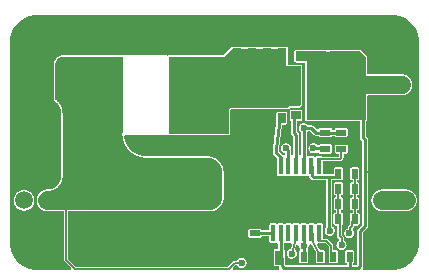
<source format=gbr>
%TF.GenerationSoftware,Altium Limited,Altium Designer,20.1.8 (145)*%
G04 Layer_Physical_Order=1*
G04 Layer_Color=2232046*
%FSLAX24Y24*%
%MOIN*%
%TF.SameCoordinates,72321C45-B03C-47D1-81AD-3863C6C0A768*%
%TF.FilePolarity,Positive*%
%TF.FileFunction,Copper,L1,Top,Signal*%
%TF.Part,Single*%
G01*
G75*
%TA.AperFunction,SMDPad,CuDef*%
G04:AMPARAMS|DCode=10|XSize=31.5mil|YSize=27.6mil|CornerRadius=0.1mil|HoleSize=0mil|Usage=FLASHONLY|Rotation=90.000|XOffset=0mil|YOffset=0mil|HoleType=Round|Shape=RoundedRectangle|*
%AMROUNDEDRECTD10*
21,1,0.0315,0.0273,0,0,90.0*
21,1,0.0312,0.0276,0,0,90.0*
1,1,0.0003,0.0136,0.0156*
1,1,0.0003,0.0136,-0.0156*
1,1,0.0003,-0.0136,-0.0156*
1,1,0.0003,-0.0136,0.0156*
%
%ADD10ROUNDEDRECTD10*%
G04:AMPARAMS|DCode=11|XSize=169.3mil|YSize=179.5mil|CornerRadius=0.8mil|HoleSize=0mil|Usage=FLASHONLY|Rotation=90.000|XOffset=0mil|YOffset=0mil|HoleType=Round|Shape=RoundedRectangle|*
%AMROUNDEDRECTD11*
21,1,0.1693,0.1778,0,0,90.0*
21,1,0.1676,0.1795,0,0,90.0*
1,1,0.0017,0.0889,0.0838*
1,1,0.0017,0.0889,-0.0838*
1,1,0.0017,-0.0889,-0.0838*
1,1,0.0017,-0.0889,0.0838*
%
%ADD11ROUNDEDRECTD11*%
G04:AMPARAMS|DCode=12|XSize=31.5mil|YSize=27.6mil|CornerRadius=0.1mil|HoleSize=0mil|Usage=FLASHONLY|Rotation=0.000|XOffset=0mil|YOffset=0mil|HoleType=Round|Shape=RoundedRectangle|*
%AMROUNDEDRECTD12*
21,1,0.0315,0.0273,0,0,0.0*
21,1,0.0312,0.0276,0,0,0.0*
1,1,0.0003,0.0156,-0.0136*
1,1,0.0003,-0.0156,-0.0136*
1,1,0.0003,-0.0156,0.0136*
1,1,0.0003,0.0156,0.0136*
%
%ADD12ROUNDEDRECTD12*%
G04:AMPARAMS|DCode=13|XSize=169.3mil|YSize=179.5mil|CornerRadius=0.8mil|HoleSize=0mil|Usage=FLASHONLY|Rotation=0.000|XOffset=0mil|YOffset=0mil|HoleType=Round|Shape=RoundedRectangle|*
%AMROUNDEDRECTD13*
21,1,0.1693,0.1778,0,0,0.0*
21,1,0.1676,0.1795,0,0,0.0*
1,1,0.0017,0.0838,-0.0889*
1,1,0.0017,-0.0838,-0.0889*
1,1,0.0017,-0.0838,0.0889*
1,1,0.0017,0.0838,0.0889*
%
%ADD13ROUNDEDRECTD13*%
G04:AMPARAMS|DCode=14|XSize=255.9mil|YSize=196.9mil|CornerRadius=1mil|HoleSize=0mil|Usage=FLASHONLY|Rotation=90.000|XOffset=0mil|YOffset=0mil|HoleType=Round|Shape=RoundedRectangle|*
%AMROUNDEDRECTD14*
21,1,0.2559,0.1949,0,0,90.0*
21,1,0.2539,0.1969,0,0,90.0*
1,1,0.0020,0.0974,0.1270*
1,1,0.0020,0.0974,-0.1270*
1,1,0.0020,-0.0974,-0.1270*
1,1,0.0020,-0.0974,0.1270*
%
%ADD14ROUNDEDRECTD14*%
G04:AMPARAMS|DCode=15|XSize=33.5mil|YSize=21.7mil|CornerRadius=0.1mil|HoleSize=0mil|Usage=FLASHONLY|Rotation=180.000|XOffset=0mil|YOffset=0mil|HoleType=Round|Shape=RoundedRectangle|*
%AMROUNDEDRECTD15*
21,1,0.0335,0.0214,0,0,180.0*
21,1,0.0332,0.0217,0,0,180.0*
1,1,0.0002,-0.0166,0.0107*
1,1,0.0002,0.0166,0.0107*
1,1,0.0002,0.0166,-0.0107*
1,1,0.0002,-0.0166,-0.0107*
%
%ADD15ROUNDEDRECTD15*%
G04:AMPARAMS|DCode=16|XSize=33.5mil|YSize=19.7mil|CornerRadius=0.1mil|HoleSize=0mil|Usage=FLASHONLY|Rotation=90.000|XOffset=0mil|YOffset=0mil|HoleType=Round|Shape=RoundedRectangle|*
%AMROUNDEDRECTD16*
21,1,0.0335,0.0195,0,0,90.0*
21,1,0.0333,0.0197,0,0,90.0*
1,1,0.0002,0.0097,0.0166*
1,1,0.0002,0.0097,-0.0166*
1,1,0.0002,-0.0097,-0.0166*
1,1,0.0002,-0.0097,0.0166*
%
%ADD16ROUNDEDRECTD16*%
G04:AMPARAMS|DCode=17|XSize=33.5mil|YSize=21.7mil|CornerRadius=0.1mil|HoleSize=0mil|Usage=FLASHONLY|Rotation=270.000|XOffset=0mil|YOffset=0mil|HoleType=Round|Shape=RoundedRectangle|*
%AMROUNDEDRECTD17*
21,1,0.0335,0.0214,0,0,270.0*
21,1,0.0332,0.0217,0,0,270.0*
1,1,0.0002,-0.0107,-0.0166*
1,1,0.0002,-0.0107,0.0166*
1,1,0.0002,0.0107,0.0166*
1,1,0.0002,0.0107,-0.0166*
%
%ADD17ROUNDEDRECTD17*%
G04:AMPARAMS|DCode=18|XSize=65mil|YSize=31.5mil|CornerRadius=0.2mil|HoleSize=0mil|Usage=FLASHONLY|Rotation=90.000|XOffset=0mil|YOffset=0mil|HoleType=Round|Shape=RoundedRectangle|*
%AMROUNDEDRECTD18*
21,1,0.0650,0.0312,0,0,90.0*
21,1,0.0646,0.0315,0,0,90.0*
1,1,0.0003,0.0156,0.0323*
1,1,0.0003,0.0156,-0.0323*
1,1,0.0003,-0.0156,-0.0323*
1,1,0.0003,-0.0156,0.0323*
%
%ADD18ROUNDEDRECTD18*%
G04:AMPARAMS|DCode=19|XSize=92.5mil|YSize=82.7mil|CornerRadius=0.4mil|HoleSize=0mil|Usage=FLASHONLY|Rotation=180.000|XOffset=0mil|YOffset=0mil|HoleType=Round|Shape=RoundedRectangle|*
%AMROUNDEDRECTD19*
21,1,0.0925,0.0818,0,0,180.0*
21,1,0.0917,0.0827,0,0,180.0*
1,1,0.0008,-0.0458,0.0409*
1,1,0.0008,0.0458,0.0409*
1,1,0.0008,0.0458,-0.0409*
1,1,0.0008,-0.0458,-0.0409*
%
%ADD19ROUNDEDRECTD19*%
G04:AMPARAMS|DCode=20|XSize=118mil|YSize=122mil|CornerRadius=0.6mil|HoleSize=0mil|Usage=FLASHONLY|Rotation=90.000|XOffset=0mil|YOffset=0mil|HoleType=Round|Shape=RoundedRectangle|*
%AMROUNDEDRECTD20*
21,1,0.1180,0.1208,0,0,90.0*
21,1,0.1168,0.1220,0,0,90.0*
1,1,0.0012,0.0604,0.0584*
1,1,0.0012,0.0604,-0.0584*
1,1,0.0012,-0.0604,-0.0584*
1,1,0.0012,-0.0604,0.0584*
%
%ADD20ROUNDEDRECTD20*%
G04:AMPARAMS|DCode=21|XSize=56mil|YSize=13.8mil|CornerRadius=0.1mil|HoleSize=0mil|Usage=FLASHONLY|Rotation=270.000|XOffset=0mil|YOffset=0mil|HoleType=Round|Shape=RoundedRectangle|*
%AMROUNDEDRECTD21*
21,1,0.0560,0.0136,0,0,270.0*
21,1,0.0559,0.0138,0,0,270.0*
1,1,0.0001,-0.0068,-0.0279*
1,1,0.0001,-0.0068,0.0279*
1,1,0.0001,0.0068,0.0279*
1,1,0.0001,0.0068,-0.0279*
%
%ADD21ROUNDEDRECTD21*%
G04:AMPARAMS|DCode=22|XSize=47.2mil|YSize=27.6mil|CornerRadius=0.1mil|HoleSize=0mil|Usage=FLASHONLY|Rotation=90.000|XOffset=0mil|YOffset=0mil|HoleType=Round|Shape=RoundedRectangle|*
%AMROUNDEDRECTD22*
21,1,0.0472,0.0273,0,0,90.0*
21,1,0.0470,0.0276,0,0,90.0*
1,1,0.0003,0.0136,0.0235*
1,1,0.0003,0.0136,-0.0235*
1,1,0.0003,-0.0136,-0.0235*
1,1,0.0003,-0.0136,0.0235*
%
%ADD22ROUNDEDRECTD22*%
G04:AMPARAMS|DCode=23|XSize=33.5mil|YSize=19.7mil|CornerRadius=0.1mil|HoleSize=0mil|Usage=FLASHONLY|Rotation=180.000|XOffset=0mil|YOffset=0mil|HoleType=Round|Shape=RoundedRectangle|*
%AMROUNDEDRECTD23*
21,1,0.0335,0.0195,0,0,180.0*
21,1,0.0333,0.0197,0,0,180.0*
1,1,0.0002,-0.0166,0.0097*
1,1,0.0002,0.0166,0.0097*
1,1,0.0002,0.0166,-0.0097*
1,1,0.0002,-0.0166,-0.0097*
%
%ADD23ROUNDEDRECTD23*%
G04:AMPARAMS|DCode=24|XSize=100.4mil|YSize=31.5mil|CornerRadius=0.2mil|HoleSize=0mil|Usage=FLASHONLY|Rotation=0.000|XOffset=0mil|YOffset=0mil|HoleType=Round|Shape=RoundedRectangle|*
%AMROUNDEDRECTD24*
21,1,0.1004,0.0312,0,0,0.0*
21,1,0.1001,0.0315,0,0,0.0*
1,1,0.0003,0.0500,-0.0156*
1,1,0.0003,-0.0500,-0.0156*
1,1,0.0003,-0.0500,0.0156*
1,1,0.0003,0.0500,0.0156*
%
%ADD24ROUNDEDRECTD24*%
%TA.AperFunction,Conductor*%
%ADD25C,0.0050*%
%ADD26C,0.0100*%
%ADD27C,0.0060*%
%ADD28C,0.0600*%
%ADD29C,0.0090*%
%ADD30C,0.0630*%
%TA.AperFunction,ViaPad*%
%ADD31O,0.1575X0.0945*%
%ADD32C,0.0984*%
%ADD33C,0.0236*%
%ADD34C,0.0256*%
%ADD35C,0.0591*%
G36*
X9289Y7453D02*
X9289Y6860D01*
X9764D01*
X9764Y5601D01*
X9764Y5597D01*
X9764Y5590D01*
X9762Y5582D01*
X9760Y5575D01*
X9757Y5569D01*
X9754Y5562D01*
X9750Y5556D01*
X9745Y5550D01*
X9740Y5545D01*
X9734Y5541D01*
X9734Y5540D01*
X9714Y5534D01*
X9690Y5526D01*
X9640Y5526D01*
X9378Y5526D01*
X9335Y5483D01*
X7489Y5483D01*
X7484Y5483D01*
X7474Y5482D01*
X7464Y5481D01*
X7454Y5479D01*
X7445Y5476D01*
X7436Y5472D01*
X7427Y5467D01*
X7418Y5462D01*
X7410Y5456D01*
X7403Y5450D01*
X7396Y5443D01*
X7389Y5435D01*
X7384Y5427D01*
X7378Y5419D01*
X7374Y5410D01*
X7371Y5403D01*
X7370Y5401D01*
X7370Y5401D01*
X7367Y5391D01*
X7367Y5391D01*
X7365Y5382D01*
X7365Y5382D01*
X7363Y5372D01*
X7363Y5372D01*
X7362Y5362D01*
X7362Y5357D01*
X7362Y5357D01*
X7362Y5307D01*
X7362Y4606D01*
X5375D01*
X5375Y7187D01*
X7197Y7187D01*
X7463Y7453D01*
X9289Y7453D01*
D02*
G37*
G36*
X3819Y7185D02*
X3819Y4626D01*
X3819Y4614D01*
X3820Y4589D01*
X3821Y4565D01*
X3824Y4540D01*
X3826Y4516D01*
X3830Y4492D01*
X3835Y4468D01*
X3840Y4444D01*
X3846Y4420D01*
X3852Y4396D01*
X3859Y4373D01*
X3867Y4350D01*
X3876Y4327D01*
X3885Y4304D01*
X3896Y4282D01*
X3906Y4260D01*
X3918Y4238D01*
X3930Y4217D01*
X3942Y4196D01*
X3956Y4175D01*
X3970Y4155D01*
X3984Y4136D01*
X3999Y4116D01*
X4015Y4097D01*
X4031Y4079D01*
X4048Y4061D01*
X4065Y4044D01*
X4083Y4027D01*
X4101Y4011D01*
X4120Y3995D01*
X4139Y3980D01*
X4159Y3966D01*
X4179Y3952D01*
X4200Y3938D01*
X4221Y3926D01*
X4242Y3914D01*
X4264Y3902D01*
X4286Y3892D01*
X4308Y3882D01*
X4331Y3872D01*
X4354Y3864D01*
X4377Y3856D01*
X4400Y3848D01*
X4424Y3842D01*
X4448Y3836D01*
X4472Y3831D01*
X4496Y3826D01*
X4520Y3823D01*
X4544Y3820D01*
X4569Y3817D01*
X4593Y3816D01*
X4618Y3815D01*
X4630Y3815D01*
X6655Y3815D01*
X6665Y3815D01*
X6684Y3814D01*
X6703Y3813D01*
X6723Y3811D01*
X6742Y3808D01*
X6760Y3804D01*
X6779Y3799D01*
X6798Y3794D01*
X6816Y3788D01*
X6834Y3781D01*
X6852Y3774D01*
X6869Y3766D01*
X6887Y3757D01*
X6903Y3748D01*
X6920Y3738D01*
X6936Y3727D01*
X6951Y3716D01*
X6967Y3704D01*
X6981Y3691D01*
X6995Y3678D01*
X7009Y3665D01*
X7022Y3650D01*
X7035Y3636D01*
X7047Y3621D01*
X7058Y3605D01*
X7069Y3589D01*
X7079Y3573D01*
X7088Y3556D01*
X7097Y3539D01*
X7105Y3521D01*
X7112Y3503D01*
X7119Y3485D01*
X7125Y3467D01*
X7130Y3449D01*
X7136Y3419D01*
X7137Y3417D01*
X7139Y3400D01*
X7142Y3380D01*
X7143Y3371D01*
X7143Y3364D01*
X7144Y3355D01*
X7145Y3342D01*
X7146Y3317D01*
X7146Y3277D01*
X7146Y3276D01*
Y2502D01*
X7146Y2494D01*
X7145Y2477D01*
X7144Y2461D01*
X7142Y2444D01*
X7139Y2428D01*
X7136Y2411D01*
X7132Y2395D01*
X7128Y2379D01*
X7122Y2363D01*
X7117Y2347D01*
X7110Y2332D01*
X7103Y2317D01*
X7096Y2302D01*
X7088Y2287D01*
X7079Y2273D01*
X7069Y2259D01*
X7060Y2245D01*
X7049Y2232D01*
X7038Y2220D01*
X7027Y2207D01*
X7015Y2195D01*
X7003Y2184D01*
X6990Y2173D01*
X6977Y2163D01*
X6964Y2153D01*
X6950Y2144D01*
X6935Y2135D01*
X6921Y2127D01*
X6906Y2119D01*
X6891Y2112D01*
X6875Y2106D01*
X6860Y2100D01*
X6844Y2095D01*
X6828Y2090D01*
X6811Y2087D01*
X6795Y2083D01*
X6779Y2081D01*
X6769Y2080D01*
X6720Y2077D01*
X1330Y2077D01*
X1322Y2077D01*
X1307Y2077D01*
X1291Y2079D01*
X1276Y2081D01*
X1261Y2084D01*
X1246Y2088D01*
X1231Y2093D01*
X1216Y2098D01*
X1202Y2104D01*
X1188Y2110D01*
X1174Y2118D01*
X1161Y2126D01*
X1148Y2134D01*
X1136Y2143D01*
X1124Y2153D01*
X1112Y2164D01*
X1101Y2175D01*
X1091Y2186D01*
X1081Y2198D01*
X1072Y2211D01*
X1063Y2224D01*
X1055Y2237D01*
X1048Y2250D01*
X1041Y2264D01*
X1035Y2279D01*
X1030Y2293D01*
X1026Y2308D01*
X1022Y2323D01*
X1019Y2339D01*
X1016Y2354D01*
X1015Y2369D01*
X1014Y2385D01*
X1014Y2400D01*
X1015Y2416D01*
X1016Y2431D01*
X1019Y2447D01*
X1022Y2462D01*
X1026Y2477D01*
X1030Y2492D01*
X1035Y2506D01*
X1041Y2521D01*
X1048Y2535D01*
X1055Y2548D01*
X1063Y2562D01*
X1072Y2574D01*
X1081Y2587D01*
X1091Y2599D01*
X1101Y2610D01*
X1112Y2621D01*
X1124Y2632D01*
X1136Y2642D01*
X1148Y2651D01*
X1161Y2659D01*
X1174Y2667D01*
X1188Y2675D01*
X1202Y2681D01*
X1216Y2687D01*
X1231Y2692D01*
X1246Y2697D01*
X1261Y2701D01*
X1276Y2704D01*
X1291Y2706D01*
X1307Y2708D01*
X1322Y2708D01*
X1330D01*
X1330Y2708D01*
X1340Y2708D01*
X1359Y2709D01*
X1378Y2711D01*
X1398Y2713D01*
X1417Y2716D01*
X1436Y2720D01*
X1455Y2724D01*
X1474Y2730D01*
X1492Y2736D01*
X1510Y2742D01*
X1528Y2750D01*
X1546Y2758D01*
X1563Y2767D01*
X1580Y2776D01*
X1597Y2786D01*
X1613Y2797D01*
X1628Y2809D01*
X1644Y2821D01*
X1658Y2833D01*
X1673Y2846D01*
X1686Y2860D01*
X1700Y2874D01*
X1712Y2889D01*
X1724Y2904D01*
X1736Y2920D01*
X1746Y2936D01*
X1757Y2953D01*
X1766Y2970D01*
X1775Y2987D01*
X1783Y3005D01*
X1790Y3023D01*
X1797Y3041D01*
X1803Y3059D01*
X1808Y3078D01*
X1813Y3097D01*
X1817Y3116D01*
X1820Y3135D01*
X1822Y3154D01*
X1824Y3174D01*
X1824Y3193D01*
X1825Y3203D01*
X1825Y3203D01*
X1825Y5315D01*
X1822D01*
X1821Y5335D01*
X1820Y5354D01*
X1818Y5373D01*
X1816Y5393D01*
X1813Y5412D01*
X1809Y5431D01*
X1804Y5450D01*
X1799Y5469D01*
X1792Y5488D01*
X1786Y5506D01*
X1778Y5524D01*
X1770Y5542D01*
X1761Y5559D01*
X1752Y5576D01*
X1742Y5593D01*
X1731Y5609D01*
X1720Y5625D01*
X1708Y5641D01*
X1695Y5656D01*
X1682Y5670D01*
X1669Y5684D01*
X1655Y5698D01*
X1640Y5711D01*
X1625Y5723D01*
X1610Y5735D01*
X1594Y5747D01*
X1584Y5753D01*
Y6914D01*
X1584Y6921D01*
X1585Y6934D01*
X1586Y6948D01*
X1588Y6961D01*
X1591Y6974D01*
X1594Y6987D01*
X1598Y6999D01*
X1602Y7012D01*
X1608Y7024D01*
X1613Y7036D01*
X1619Y7048D01*
X1626Y7059D01*
X1634Y7070D01*
X1642Y7081D01*
X1650Y7091D01*
X1659Y7101D01*
X1668Y7110D01*
X1678Y7119D01*
X1688Y7128D01*
X1699Y7136D01*
X1710Y7143D01*
X1722Y7150D01*
X1733Y7156D01*
X1745Y7162D01*
X1758Y7167D01*
X1770Y7171D01*
X1783Y7175D01*
X1796Y7179D01*
X1809Y7181D01*
X1822Y7183D01*
X1835Y7184D01*
X1848Y7185D01*
X1855Y7185D01*
X1855Y7185D01*
X3819Y7185D01*
D02*
G37*
G36*
X11753Y7352D02*
X11931Y7175D01*
X11931Y5077D01*
X9962D01*
Y7352D01*
X11753Y7352D01*
D02*
G37*
G36*
X13059Y8546D02*
X13223Y8478D01*
X13372Y8379D01*
X13497Y8253D01*
X13596Y8105D01*
X13665Y7941D01*
X13699Y7766D01*
Y7677D01*
Y984D01*
Y895D01*
X13665Y721D01*
X13596Y556D01*
X13497Y408D01*
X13372Y282D01*
X13223Y183D01*
X13059Y115D01*
X12884Y80D01*
X11839D01*
X11830Y102D01*
X11823Y140D01*
X11828Y147D01*
X11833Y154D01*
X11837Y162D01*
X11840Y170D01*
X11843Y178D01*
X11845Y187D01*
X11846Y195D01*
X11846Y204D01*
Y1329D01*
X11970Y1452D01*
X11976Y1458D01*
X11981Y1465D01*
X11986Y1473D01*
X11990Y1480D01*
X11993Y1489D01*
X11996Y1497D01*
X11997Y1505D01*
X11999Y1514D01*
X11999Y1523D01*
Y4421D01*
X11999Y4430D01*
X11997Y4438D01*
X11996Y4447D01*
X11993Y4455D01*
X11990Y4463D01*
X11986Y4471D01*
X11981Y4478D01*
X11976Y4485D01*
X11970Y4492D01*
X11929Y4532D01*
Y5027D01*
X11931D01*
X11936Y5027D01*
X11942Y5028D01*
X11947Y5030D01*
X11952Y5032D01*
X11957Y5034D01*
X11962Y5038D01*
X11966Y5041D01*
X11970Y5046D01*
X11973Y5050D01*
X11976Y5055D01*
X11978Y5060D01*
X11979Y5066D01*
X11980Y5071D01*
X11981Y5077D01*
Y5080D01*
X11981Y5084D01*
X11982Y5090D01*
Y5363D01*
X11981Y5369D01*
X11981Y5373D01*
Y5591D01*
X11981Y5596D01*
X11982Y5602D01*
Y5875D01*
X12025Y5896D01*
X12037Y5900D01*
X13133D01*
X13150Y5900D01*
X13166Y5901D01*
X13182Y5903D01*
X13198Y5906D01*
X13214Y5909D01*
X13229Y5913D01*
X13245Y5918D01*
X13260Y5924D01*
X13275Y5930D01*
X13290Y5937D01*
X13304Y5944D01*
X13318Y5952D01*
X13331Y5961D01*
X13344Y5971D01*
X13357Y5981D01*
X13369Y5991D01*
X13381Y6002D01*
X13392Y6014D01*
X13403Y6026D01*
X13413Y6039D01*
X13422Y6052D01*
X13431Y6066D01*
X13439Y6080D01*
X13447Y6094D01*
X13454Y6109D01*
X13460Y6124D01*
X13465Y6139D01*
X13470Y6154D01*
X13474Y6170D01*
X13478Y6186D01*
X13480Y6202D01*
X13482Y6218D01*
X13483Y6234D01*
X13484Y6250D01*
X13483Y6266D01*
X13482Y6282D01*
X13480Y6298D01*
X13478Y6314D01*
X13474Y6330D01*
X13470Y6346D01*
X13465Y6361D01*
X13460Y6376D01*
X13454Y6391D01*
X13447Y6406D01*
X13439Y6420D01*
X13431Y6434D01*
X13422Y6448D01*
X13413Y6461D01*
X13403Y6474D01*
X13392Y6486D01*
X13381Y6498D01*
X13369Y6509D01*
X13357Y6519D01*
X13344Y6529D01*
X13331Y6539D01*
X13318Y6548D01*
X13304Y6556D01*
X13290Y6563D01*
X13275Y6570D01*
X13260Y6576D01*
X13245Y6582D01*
X13229Y6587D01*
X13214Y6591D01*
X13198Y6594D01*
X13182Y6597D01*
X13166Y6599D01*
X13150Y6600D01*
X13133Y6600D01*
X11982D01*
Y6859D01*
X11981Y6865D01*
X11981Y6869D01*
Y7175D01*
X11980Y7180D01*
X11979Y7186D01*
X11978Y7191D01*
X11976Y7196D01*
X11973Y7201D01*
X11970Y7206D01*
X11966Y7210D01*
X11788Y7388D01*
X11784Y7392D01*
X11779Y7395D01*
X11775Y7398D01*
X11769Y7400D01*
X11764Y7401D01*
X11758Y7402D01*
X11753Y7403D01*
X11743D01*
X11743Y7403D01*
X10742D01*
X10742Y7403D01*
X10602D01*
X10601Y7403D01*
X9601D01*
X9595Y7402D01*
X9589Y7401D01*
X9583Y7400D01*
X9578Y7397D01*
X9573Y7395D01*
X9568Y7391D01*
X9564Y7387D01*
X9560Y7383D01*
X9557Y7378D01*
X9554Y7373D01*
X9552Y7368D01*
X9550Y7362D01*
X9549Y7357D01*
X9549Y7351D01*
Y7039D01*
X9549Y7033D01*
X9550Y7028D01*
X9552Y7022D01*
X9554Y7017D01*
X9557Y7012D01*
X9560Y7007D01*
X9564Y7003D01*
X9568Y6999D01*
X9573Y6995D01*
X9578Y6993D01*
X9583Y6990D01*
X9589Y6989D01*
X9595Y6988D01*
X9601Y6987D01*
X9912D01*
Y6864D01*
X9912Y6864D01*
Y5085D01*
X9912Y5085D01*
Y5077D01*
X9912Y5071D01*
X9913Y5066D01*
X9915Y5060D01*
X9917Y5055D01*
X9920Y5050D01*
X9923Y5046D01*
X9927Y5041D01*
X9931Y5038D01*
X9935Y5034D01*
X9940Y5032D01*
X9946Y5030D01*
X9951Y5028D01*
X9957Y5027D01*
X9962Y5027D01*
X9970D01*
X9971Y5027D01*
X11647D01*
X11647Y5027D01*
X11729D01*
Y4491D01*
X11729Y4482D01*
X11730Y4474D01*
X11732Y4465D01*
X11735Y4457D01*
X11738Y4449D01*
X11742Y4441D01*
X11747Y4434D01*
X11752Y4427D01*
X11758Y4420D01*
X11799Y4379D01*
Y1564D01*
X11675Y1441D01*
X11669Y1434D01*
X11664Y1427D01*
X11659Y1420D01*
X11655Y1412D01*
X11652Y1404D01*
X11649Y1396D01*
X11648Y1387D01*
X11646Y1379D01*
X11646Y1370D01*
Y246D01*
X11629Y229D01*
X11498D01*
Y295D01*
X11501Y295D01*
X11507Y296D01*
X11513Y297D01*
X11518Y299D01*
X11523Y302D01*
X11528Y306D01*
X11532Y309D01*
X11536Y314D01*
X11539Y318D01*
X11542Y323D01*
X11544Y329D01*
X11545Y334D01*
X11546Y340D01*
X11547Y345D01*
Y678D01*
X11546Y684D01*
X11545Y689D01*
X11544Y695D01*
X11542Y700D01*
X11539Y705D01*
X11536Y710D01*
X11532Y714D01*
X11528Y718D01*
X11523Y721D01*
X11518Y724D01*
X11513Y726D01*
X11507Y728D01*
X11501Y729D01*
X11496Y729D01*
X11301D01*
X11295Y729D01*
X11289Y728D01*
X11284Y726D01*
X11279Y724D01*
X11274Y721D01*
X11269Y718D01*
X11265Y714D01*
X11261Y710D01*
X11258Y705D01*
X11255Y700D01*
X11253Y695D01*
X11251Y689D01*
X11250Y684D01*
X11250Y678D01*
Y345D01*
X11250Y340D01*
X11251Y334D01*
X11253Y329D01*
X11255Y323D01*
X11258Y318D01*
X11261Y314D01*
X11265Y309D01*
X11269Y306D01*
X11274Y302D01*
X11279Y299D01*
X11284Y297D01*
X11289Y296D01*
X11295Y295D01*
X11298Y295D01*
Y229D01*
X9245D01*
X9235Y239D01*
Y486D01*
X9235Y487D01*
Y721D01*
X9235Y727D01*
X9234Y732D01*
X9232Y738D01*
X9230Y743D01*
X9227Y748D01*
X9224Y753D01*
X9220Y757D01*
X9216Y761D01*
X9211Y765D01*
X9206Y767D01*
X9201Y770D01*
X9195Y771D01*
Y949D01*
X9215Y964D01*
X9220Y966D01*
X9253Y973D01*
X9261Y970D01*
X9263Y970D01*
X9266Y968D01*
X9271Y967D01*
X9277Y966D01*
X9283Y965D01*
X9419D01*
X9456Y936D01*
X9466Y919D01*
X9467Y918D01*
X9431Y783D01*
X9421Y781D01*
X9410Y777D01*
X9400Y773D01*
X9390Y769D01*
X9380Y764D01*
X9371Y758D01*
X9362Y752D01*
X9354Y745D01*
X9346Y737D01*
X9338Y729D01*
X9331Y720D01*
X9325Y712D01*
X9319Y702D01*
X9314Y692D01*
X9309Y682D01*
X9305Y672D01*
X9302Y662D01*
X9300Y651D01*
X9298Y640D01*
X9297Y629D01*
X9296Y618D01*
X9297Y607D01*
X9298Y596D01*
X9300Y585D01*
X9302Y575D01*
X9305Y564D01*
X9309Y554D01*
X9314Y544D01*
X9319Y534D01*
X9325Y525D01*
X9331Y516D01*
X9338Y507D01*
X9346Y499D01*
X9354Y492D01*
X9362Y485D01*
X9371Y478D01*
X9380Y472D01*
X9390Y467D01*
X9400Y463D01*
X9410Y459D01*
X9421Y456D01*
X9432Y453D01*
X9443Y451D01*
X9454Y450D01*
X9465Y450D01*
X9476Y450D01*
X9487Y451D01*
X9497Y453D01*
X9508Y456D01*
X9519Y459D01*
X9529Y463D01*
X9539Y467D01*
X9549Y472D01*
X9558Y478D01*
X9567Y485D01*
X9575Y492D01*
X9583Y499D01*
X9591Y507D01*
X9598Y516D01*
X9604Y525D01*
X9610Y534D01*
X9615Y544D01*
X9620Y554D01*
X9624Y564D01*
X9627Y575D01*
X9630Y585D01*
X9631Y596D01*
X9632Y607D01*
X9633Y618D01*
X9632Y629D01*
X9631Y640D01*
X9630Y651D01*
X9627Y662D01*
X9624Y672D01*
X9620Y682D01*
X9615Y692D01*
X9610Y702D01*
X9604Y712D01*
X9598Y720D01*
X9591Y729D01*
X9583Y737D01*
X9576Y744D01*
X9621Y914D01*
X9622Y915D01*
X9624Y917D01*
X9637Y923D01*
X9655Y919D01*
X9656Y918D01*
X9660Y915D01*
X9695Y875D01*
X9696Y865D01*
X9698Y854D01*
X9700Y843D01*
X9703Y832D01*
X9707Y822D01*
X9712Y812D01*
X9717Y802D01*
X9723Y793D01*
X9729Y784D01*
X9732Y770D01*
X9732Y768D01*
X9726Y731D01*
X9726Y729D01*
X9726Y728D01*
X9720Y716D01*
X9717Y711D01*
X9716Y710D01*
X9712Y705D01*
X9709Y700D01*
X9707Y695D01*
X9706Y689D01*
X9705Y684D01*
X9704Y678D01*
Y346D01*
X9705Y340D01*
X9706Y334D01*
X9707Y329D01*
X9709Y323D01*
X9712Y318D01*
X9716Y314D01*
X9719Y309D01*
X9724Y306D01*
X9728Y302D01*
X9733Y299D01*
X9739Y297D01*
X9744Y296D01*
X9750Y295D01*
X9756Y294D01*
X9970D01*
X9976Y295D01*
X9981Y296D01*
X9987Y297D01*
X9992Y299D01*
X9997Y302D01*
X10002Y306D01*
X10006Y309D01*
X10010Y314D01*
X10013Y318D01*
X10016Y323D01*
X10018Y329D01*
X10020Y334D01*
X10021Y340D01*
X10021Y346D01*
Y678D01*
X10021Y684D01*
X10020Y689D01*
X10018Y695D01*
X10016Y700D01*
X10013Y705D01*
X10010Y710D01*
X10009Y711D01*
X10005Y716D01*
X10000Y728D01*
X9999Y729D01*
X9999Y731D01*
X9994Y768D01*
X9994Y770D01*
X9996Y784D01*
X10003Y793D01*
X10008Y802D01*
X10014Y812D01*
X10018Y822D01*
X10022Y832D01*
X10025Y843D01*
X10028Y854D01*
X10029Y865D01*
X10031Y875D01*
X10031Y886D01*
X10031Y897D01*
X10077Y937D01*
X10079Y937D01*
X10100Y932D01*
X10111Y926D01*
X10256Y666D01*
Y346D01*
X10256Y340D01*
X10257Y334D01*
X10258Y329D01*
X10261Y323D01*
X10263Y318D01*
X10267Y314D01*
X10271Y309D01*
X10275Y306D01*
X10280Y302D01*
X10285Y299D01*
X10290Y297D01*
X10295Y296D01*
X10301Y295D01*
X10307Y294D01*
X10521D01*
X10527Y295D01*
X10532Y296D01*
X10538Y297D01*
X10543Y299D01*
X10548Y302D01*
X10553Y306D01*
X10557Y309D01*
X10561Y314D01*
X10564Y318D01*
X10567Y323D01*
X10569Y329D01*
X10571Y334D01*
X10572Y340D01*
X10572Y346D01*
Y678D01*
X10572Y684D01*
X10571Y689D01*
X10569Y695D01*
X10567Y700D01*
X10564Y705D01*
X10561Y710D01*
X10557Y714D01*
X10553Y718D01*
X10548Y721D01*
X10543Y724D01*
X10538Y726D01*
X10532Y728D01*
X10527Y729D01*
X10521Y729D01*
X10392D01*
X10293Y907D01*
X10294Y914D01*
X10295Y918D01*
X10329Y965D01*
X10443D01*
X10443Y965D01*
X10588D01*
X10698Y855D01*
Y512D01*
X10699Y511D01*
Y345D01*
X10699Y340D01*
X10700Y334D01*
X10701Y329D01*
X10704Y323D01*
X10706Y318D01*
X10710Y314D01*
X10713Y309D01*
X10718Y306D01*
X10722Y302D01*
X10727Y299D01*
X10733Y297D01*
X10738Y296D01*
X10744Y295D01*
X10750Y294D01*
X10944D01*
X10950Y295D01*
X10956Y296D01*
X10961Y297D01*
X10967Y299D01*
X10972Y302D01*
X10976Y306D01*
X10981Y309D01*
X10984Y314D01*
X10988Y318D01*
X10990Y323D01*
X10993Y329D01*
X10994Y334D01*
X10995Y340D01*
X10996Y345D01*
Y678D01*
X10995Y684D01*
X10994Y689D01*
X10993Y695D01*
X10990Y700D01*
X10988Y705D01*
X10984Y710D01*
X10981Y714D01*
X10976Y718D01*
X10972Y721D01*
X10967Y724D01*
X10961Y726D01*
X10956Y728D01*
X10950Y729D01*
X10944Y729D01*
X10849D01*
Y886D01*
X10849Y886D01*
X10848Y893D01*
X10847Y901D01*
X10845Y908D01*
X10843Y915D01*
X10840Y921D01*
X10836Y928D01*
X10832Y934D01*
X10827Y939D01*
X10827Y939D01*
X10672Y1094D01*
X10667Y1099D01*
X10661Y1103D01*
X10654Y1107D01*
X10648Y1110D01*
X10641Y1112D01*
X10634Y1114D01*
X10626Y1115D01*
X10619Y1116D01*
X10494D01*
Y1575D01*
X10493Y1581D01*
X10492Y1586D01*
X10491Y1592D01*
X10488Y1597D01*
X10486Y1602D01*
X10482Y1606D01*
X10479Y1611D01*
X10474Y1615D01*
X10470Y1618D01*
X10465Y1621D01*
X10460Y1623D01*
X10454Y1624D01*
X10448Y1625D01*
X10443Y1626D01*
X10306D01*
X10301Y1625D01*
X10295Y1624D01*
X10290Y1623D01*
X10286Y1621D01*
X10284Y1621D01*
X10275Y1617D01*
X10274Y1617D01*
X10253Y1615D01*
X10240D01*
X10219Y1617D01*
X10218Y1617D01*
X10209Y1621D01*
X10207Y1621D01*
X10204Y1623D01*
X10198Y1624D01*
X10193Y1625D01*
X10187Y1626D01*
X10050D01*
X10045Y1625D01*
X10039Y1624D01*
X10034Y1623D01*
X10030Y1621D01*
X10028Y1621D01*
X10019Y1617D01*
X10018Y1617D01*
X9997Y1615D01*
X9984D01*
X9963Y1617D01*
X9962Y1617D01*
X9953Y1621D01*
X9951Y1621D01*
X9948Y1623D01*
X9942Y1624D01*
X9937Y1625D01*
X9931Y1626D01*
X9795D01*
X9789Y1625D01*
X9783Y1624D01*
X9778Y1623D01*
X9775Y1621D01*
X9772Y1621D01*
X9763Y1617D01*
X9762Y1617D01*
X9741Y1615D01*
X9728D01*
X9707Y1617D01*
X9706Y1617D01*
X9697Y1621D01*
X9695Y1621D01*
X9692Y1623D01*
X9686Y1624D01*
X9681Y1625D01*
X9675Y1626D01*
X9539D01*
X9533Y1625D01*
X9527Y1624D01*
X9522Y1623D01*
X9519Y1621D01*
X9517Y1621D01*
X9507Y1617D01*
X9506Y1617D01*
X9485Y1615D01*
X9472D01*
X9452Y1617D01*
X9450Y1617D01*
X9441Y1621D01*
X9439Y1621D01*
X9436Y1623D01*
X9430Y1624D01*
X9425Y1625D01*
X9419Y1626D01*
X9283D01*
X9277Y1625D01*
X9271Y1624D01*
X9266Y1623D01*
X9263Y1621D01*
X9261Y1621D01*
X9251Y1617D01*
X9250Y1617D01*
X9229Y1615D01*
X9217D01*
X9196Y1617D01*
X9194Y1617D01*
X9185Y1621D01*
X9183Y1621D01*
X9180Y1623D01*
X9175Y1624D01*
X9169Y1625D01*
X9163Y1626D01*
X9027D01*
X9021Y1625D01*
X9016Y1624D01*
X9010Y1623D01*
X9007Y1621D01*
X9005Y1621D01*
X8996Y1617D01*
X8994Y1617D01*
X8974Y1615D01*
X8961D01*
X8940Y1617D01*
X8939Y1617D01*
X8929Y1621D01*
X8927Y1621D01*
X8924Y1623D01*
X8919Y1624D01*
X8913Y1625D01*
X8907Y1626D01*
X8771D01*
X8765Y1625D01*
X8760Y1624D01*
X8754Y1623D01*
X8749Y1621D01*
X8744Y1618D01*
X8739Y1615D01*
X8735Y1611D01*
X8731Y1606D01*
X8728Y1602D01*
X8725Y1597D01*
X8723Y1592D01*
X8721Y1586D01*
X8720Y1581D01*
X8720Y1575D01*
Y1396D01*
X8456D01*
Y1403D01*
X8456Y1408D01*
X8455Y1414D01*
X8454Y1420D01*
X8451Y1425D01*
X8449Y1430D01*
X8445Y1435D01*
X8441Y1439D01*
X8437Y1443D01*
X8432Y1446D01*
X8427Y1449D01*
X8422Y1451D01*
X8417Y1453D01*
X8411Y1454D01*
X8405Y1454D01*
X8073D01*
X8067Y1454D01*
X8061Y1453D01*
X8056Y1451D01*
X8051Y1449D01*
X8046Y1446D01*
X8041Y1443D01*
X8037Y1439D01*
X8033Y1435D01*
X8029Y1430D01*
X8027Y1425D01*
X8024Y1420D01*
X8023Y1414D01*
X8022Y1408D01*
X8022Y1403D01*
Y1188D01*
X8022Y1183D01*
X8023Y1177D01*
X8024Y1171D01*
X8027Y1166D01*
X8029Y1161D01*
X8033Y1156D01*
X8037Y1152D01*
X8041Y1148D01*
X8046Y1145D01*
X8051Y1142D01*
X8056Y1140D01*
X8061Y1138D01*
X8067Y1137D01*
X8073Y1137D01*
X8405D01*
X8411Y1137D01*
X8417Y1138D01*
X8422Y1140D01*
X8427Y1142D01*
X8432Y1145D01*
X8437Y1148D01*
X8441Y1152D01*
X8445Y1156D01*
X8449Y1161D01*
X8451Y1166D01*
X8454Y1171D01*
X8455Y1177D01*
X8456Y1183D01*
X8456Y1188D01*
Y1195D01*
X8720D01*
Y1016D01*
X8720Y1011D01*
X8721Y1005D01*
X8723Y999D01*
X8725Y994D01*
X8728Y989D01*
X8731Y985D01*
X8735Y980D01*
X8739Y977D01*
X8744Y973D01*
X8749Y970D01*
X8754Y968D01*
X8760Y967D01*
X8765Y966D01*
X8771Y965D01*
X8907D01*
X8913Y966D01*
X8919Y967D01*
X8924Y968D01*
X8927Y970D01*
X8929Y970D01*
X8937Y973D01*
X8970Y966D01*
X8975Y964D01*
X8995Y949D01*
Y772D01*
X8911D01*
X8905Y772D01*
X8899Y771D01*
X8894Y770D01*
X8888Y767D01*
X8883Y765D01*
X8879Y761D01*
X8874Y757D01*
X8871Y753D01*
X8867Y748D01*
X8864Y743D01*
X8862Y738D01*
X8861Y732D01*
X8860Y727D01*
X8859Y721D01*
Y251D01*
X8860Y246D01*
X8861Y240D01*
X8862Y234D01*
X8864Y229D01*
X8867Y224D01*
X8871Y219D01*
X8874Y215D01*
X8879Y211D01*
X8883Y208D01*
X8888Y205D01*
X8894Y203D01*
X8899Y201D01*
X8905Y200D01*
X8911Y200D01*
X9035D01*
Y198D01*
X9035Y189D01*
X9036Y180D01*
X9038Y172D01*
X9041Y163D01*
X9044Y155D01*
X9048Y148D01*
X9053Y140D01*
X9045Y106D01*
X9033Y80D01*
X7517D01*
X7494Y136D01*
X7589Y232D01*
X7649Y227D01*
X7650Y225D01*
X7655Y216D01*
X7662Y207D01*
X7669Y199D01*
X7676Y191D01*
X7684Y183D01*
X7693Y176D01*
X7702Y170D01*
X7711Y164D01*
X7721Y159D01*
X7731Y154D01*
X7741Y150D01*
X7752Y147D01*
X7762Y145D01*
X7773Y143D01*
X7784Y142D01*
X7795Y141D01*
X7806Y142D01*
X7817Y143D01*
X7828Y145D01*
X7839Y147D01*
X7849Y150D01*
X7860Y154D01*
X7870Y159D01*
X7879Y164D01*
X7889Y170D01*
X7898Y176D01*
X7906Y183D01*
X7914Y191D01*
X7922Y199D01*
X7929Y207D01*
X7935Y216D01*
X7941Y225D01*
X7946Y235D01*
X7951Y245D01*
X7955Y255D01*
X7958Y266D01*
X7960Y277D01*
X7962Y288D01*
X7963Y299D01*
X7963Y310D01*
X7963Y321D01*
X7962Y332D01*
X7960Y342D01*
X7958Y353D01*
X7955Y364D01*
X7951Y374D01*
X7946Y384D01*
X7941Y394D01*
X7935Y403D01*
X7929Y412D01*
X7922Y420D01*
X7914Y428D01*
X7906Y436D01*
X7898Y443D01*
X7889Y449D01*
X7879Y455D01*
X7870Y460D01*
X7860Y465D01*
X7849Y469D01*
X7839Y472D01*
X7828Y475D01*
X7817Y476D01*
X7806Y477D01*
X7795Y478D01*
X7784Y477D01*
X7773Y476D01*
X7762Y475D01*
X7752Y472D01*
X7741Y469D01*
X7731Y465D01*
X7721Y460D01*
X7711Y455D01*
X7702Y449D01*
X7693Y443D01*
X7684Y436D01*
X7676Y428D01*
X7669Y420D01*
X7662Y412D01*
X7655Y403D01*
X7650Y394D01*
X7645Y385D01*
X7561D01*
X7554Y384D01*
X7547Y383D01*
X7539Y381D01*
X7532Y379D01*
X7526Y376D01*
X7520Y372D01*
X7514Y368D01*
X7508Y363D01*
X7508Y363D01*
X7329Y184D01*
X2278D01*
X2018Y444D01*
Y2027D01*
X6720Y2027D01*
X6722Y2027D01*
X6723Y2027D01*
X6772Y2030D01*
X6773Y2030D01*
X6775Y2030D01*
X6784Y2031D01*
X6785Y2031D01*
X6786Y2031D01*
X6803Y2034D01*
X6804Y2034D01*
X6805Y2034D01*
X6821Y2037D01*
X6822Y2038D01*
X6823Y2038D01*
X6839Y2042D01*
X6840Y2042D01*
X6841Y2042D01*
X6857Y2047D01*
X6858Y2047D01*
X6859Y2047D01*
X6875Y2052D01*
X6876Y2053D01*
X6877Y2053D01*
X6893Y2059D01*
X6894Y2059D01*
X6895Y2060D01*
X6910Y2066D01*
X6911Y2066D01*
X6912Y2067D01*
X6927Y2074D01*
X6928Y2074D01*
X6929Y2075D01*
X6944Y2082D01*
X6944Y2083D01*
X6945Y2083D01*
X6960Y2091D01*
X6961Y2092D01*
X6962Y2092D01*
X6976Y2101D01*
X6977Y2102D01*
X6978Y2102D01*
X6991Y2111D01*
X6992Y2112D01*
X6993Y2113D01*
X7007Y2122D01*
X7007Y2123D01*
X7008Y2124D01*
X7021Y2134D01*
X7022Y2135D01*
X7023Y2135D01*
X7036Y2146D01*
X7036Y2147D01*
X7037Y2147D01*
X7049Y2159D01*
X7050Y2159D01*
X7051Y2160D01*
X7063Y2172D01*
X7063Y2173D01*
X7064Y2173D01*
X7075Y2186D01*
X7076Y2186D01*
X7077Y2187D01*
X7087Y2200D01*
X7088Y2201D01*
X7089Y2201D01*
X7099Y2214D01*
X7100Y2215D01*
X7100Y2216D01*
X7110Y2229D01*
X7111Y2230D01*
X7111Y2231D01*
X7120Y2245D01*
X7121Y2246D01*
X7121Y2247D01*
X7130Y2261D01*
X7131Y2262D01*
X7131Y2263D01*
X7139Y2277D01*
X7140Y2278D01*
X7140Y2279D01*
X7148Y2294D01*
X7148Y2295D01*
X7149Y2296D01*
X7156Y2311D01*
X7156Y2312D01*
X7157Y2313D01*
X7163Y2328D01*
X7163Y2329D01*
X7164Y2330D01*
X7169Y2346D01*
X7170Y2347D01*
X7170Y2347D01*
X7175Y2363D01*
X7175Y2364D01*
X7176Y2365D01*
X7180Y2381D01*
X7181Y2382D01*
X7181Y2383D01*
X7185Y2399D01*
X7185Y2400D01*
X7185Y2401D01*
X7188Y2418D01*
X7189Y2419D01*
X7189Y2420D01*
X7191Y2436D01*
X7191Y2437D01*
X7192Y2438D01*
X7194Y2455D01*
X7194Y2456D01*
X7194Y2457D01*
X7195Y2473D01*
X7195Y2474D01*
X7195Y2475D01*
X7196Y2492D01*
X7196Y2493D01*
X7196Y2494D01*
X7196Y2504D01*
X7196Y2504D01*
Y3323D01*
X7196Y3329D01*
X7195Y3330D01*
X7195Y3345D01*
X7195Y3345D01*
X7195Y3345D01*
X7194Y3358D01*
X7194Y3358D01*
X7194Y3359D01*
X7193Y3368D01*
X7193Y3368D01*
X7193Y3368D01*
X7193Y3374D01*
X7193Y3375D01*
X7193Y3376D01*
X7192Y3385D01*
X7192Y3386D01*
X7192Y3387D01*
X7189Y3407D01*
X7189Y3408D01*
X7189Y3408D01*
X7186Y3424D01*
X7186Y3425D01*
X7186Y3426D01*
X7185Y3429D01*
X7185Y3429D01*
X7185Y3430D01*
X7179Y3459D01*
X7178Y3461D01*
X7178Y3463D01*
X7173Y3481D01*
X7173Y3481D01*
X7172Y3482D01*
X7166Y3501D01*
X7166Y3502D01*
X7166Y3503D01*
X7159Y3521D01*
X7159Y3522D01*
X7158Y3523D01*
X7151Y3540D01*
X7151Y3541D01*
X7150Y3542D01*
X7142Y3560D01*
X7142Y3561D01*
X7141Y3561D01*
X7133Y3579D01*
X7132Y3579D01*
X7132Y3580D01*
X7122Y3597D01*
X7122Y3598D01*
X7121Y3599D01*
X7111Y3615D01*
X7111Y3616D01*
X7110Y3617D01*
X7099Y3633D01*
X7099Y3634D01*
X7098Y3635D01*
X7087Y3650D01*
X7086Y3651D01*
X7086Y3652D01*
X7074Y3667D01*
X7073Y3668D01*
X7073Y3668D01*
X7060Y3683D01*
X7059Y3684D01*
X7059Y3684D01*
X7046Y3699D01*
X7045Y3699D01*
X7044Y3700D01*
X7031Y3714D01*
X7030Y3714D01*
X7029Y3715D01*
X7015Y3728D01*
X7014Y3729D01*
X7014Y3729D01*
X6999Y3742D01*
X6998Y3743D01*
X6998Y3743D01*
X6982Y3755D01*
X6982Y3756D01*
X6981Y3756D01*
X6965Y3768D01*
X6964Y3768D01*
X6964Y3769D01*
X6948Y3779D01*
X6947Y3780D01*
X6946Y3780D01*
X6930Y3791D01*
X6929Y3791D01*
X6928Y3792D01*
X6911Y3801D01*
X6910Y3801D01*
X6909Y3802D01*
X6892Y3811D01*
X6891Y3811D01*
X6890Y3811D01*
X6873Y3820D01*
X6872Y3820D01*
X6871Y3820D01*
X6853Y3828D01*
X6852Y3828D01*
X6852Y3828D01*
X6833Y3835D01*
X6832Y3835D01*
X6832Y3836D01*
X6813Y3842D01*
X6812Y3842D01*
X6811Y3842D01*
X6793Y3848D01*
X6792Y3848D01*
X6791Y3848D01*
X6772Y3852D01*
X6771Y3853D01*
X6770Y3853D01*
X6751Y3857D01*
X6750Y3857D01*
X6749Y3857D01*
X6730Y3860D01*
X6729Y3860D01*
X6728Y3860D01*
X6709Y3863D01*
X6708Y3863D01*
X6707Y3863D01*
X6688Y3864D01*
X6687Y3864D01*
X6686Y3864D01*
X6667Y3865D01*
X6666Y3865D01*
X6665Y3865D01*
X6655Y3865D01*
X4630Y3865D01*
X4619Y3865D01*
X4595Y3866D01*
X4572Y3867D01*
X4550Y3869D01*
X4527Y3872D01*
X4504Y3876D01*
X4481Y3880D01*
X4459Y3885D01*
X4437Y3890D01*
X4415Y3896D01*
X4393Y3903D01*
X4371Y3911D01*
X4349Y3919D01*
X4328Y3928D01*
X4307Y3937D01*
X4286Y3947D01*
X4266Y3958D01*
X4246Y3969D01*
X4226Y3981D01*
X4207Y3993D01*
X4188Y4006D01*
X4170Y4020D01*
X4152Y4034D01*
X4134Y4049D01*
X4117Y4064D01*
X4100Y4080D01*
X4084Y4096D01*
X4068Y4113D01*
X4053Y4130D01*
X4038Y4148D01*
X4024Y4166D01*
X4010Y4184D01*
X3997Y4203D01*
X3985Y4223D01*
X3973Y4242D01*
X3962Y4262D01*
X3951Y4283D01*
X3941Y4303D01*
X3931Y4324D01*
X3923Y4345D01*
X3915Y4367D01*
X3907Y4389D01*
X3900Y4411D01*
X3894Y4433D01*
X3889Y4455D01*
X3884Y4478D01*
X3880Y4500D01*
X3876Y4523D01*
X3875Y4531D01*
X3889Y4552D01*
X3902Y4563D01*
X3917Y4572D01*
X3930Y4576D01*
X3931Y4576D01*
X5285Y4576D01*
X5291Y4576D01*
X5296Y4577D01*
X5302Y4579D01*
X5302Y4579D01*
X5307Y4581D01*
X5317Y4582D01*
X5326Y4581D01*
X5335Y4575D01*
X5339Y4571D01*
X5344Y4567D01*
X5348Y4564D01*
X5353Y4561D01*
X5358Y4559D01*
X5364Y4557D01*
X5369Y4556D01*
X5375Y4556D01*
X7362D01*
X7368Y4556D01*
X7373Y4557D01*
X7379Y4559D01*
X7384Y4561D01*
X7389Y4564D01*
X7394Y4567D01*
X7398Y4571D01*
X7401Y4575D01*
X7405Y4579D01*
X7407Y4584D01*
X7410Y4589D01*
X7411Y4595D01*
X7412Y4600D01*
X7412Y4606D01*
Y4636D01*
X7412Y4636D01*
Y5357D01*
X7412Y5359D01*
X7413Y5366D01*
X7414Y5372D01*
X7415Y5378D01*
X7417Y5383D01*
X7419Y5389D01*
X7422Y5394D01*
X7425Y5399D01*
X7429Y5404D01*
X7433Y5409D01*
X7437Y5413D01*
X7441Y5417D01*
X7446Y5420D01*
X7451Y5423D01*
X7457Y5426D01*
X7462Y5428D01*
X7468Y5430D01*
X7474Y5432D01*
X7480Y5433D01*
X7486Y5433D01*
X7489Y5433D01*
X7497D01*
X7497Y5433D01*
X9276D01*
X9276Y5433D01*
X9335D01*
X9341Y5434D01*
X9347Y5434D01*
X9352Y5436D01*
X9357Y5438D01*
X9362Y5441D01*
X9367Y5444D01*
X9371Y5448D01*
X9399Y5476D01*
X9640Y5476D01*
X9690Y5476D01*
X9692Y5476D01*
X9694Y5476D01*
X9695Y5476D01*
X9696Y5476D01*
X9698Y5477D01*
X9700Y5477D01*
X9701Y5477D01*
X9701Y5477D01*
X9703Y5478D01*
X9705Y5479D01*
X9730Y5486D01*
X9749Y5493D01*
X9751Y5493D01*
X9752Y5494D01*
X9753Y5494D01*
X9755Y5495D01*
X9756Y5495D01*
X9757Y5496D01*
X9758Y5497D01*
X9760Y5497D01*
X9761Y5498D01*
X9762Y5499D01*
X9762Y5499D01*
X9762Y5499D01*
X9762Y5499D01*
X9763Y5500D01*
X9764Y5501D01*
X9765Y5501D01*
X9766Y5502D01*
X9772Y5507D01*
X9774Y5508D01*
X9775Y5510D01*
X9781Y5515D01*
X9782Y5517D01*
X9784Y5519D01*
X9788Y5524D01*
X9790Y5526D01*
X9791Y5528D01*
X9795Y5534D01*
X9797Y5536D01*
X9798Y5539D01*
X9801Y5545D01*
X9802Y5547D01*
X9804Y5550D01*
X9806Y5556D01*
X9807Y5559D01*
X9808Y5561D01*
X9810Y5568D01*
X9811Y5570D01*
X9811Y5573D01*
X9813Y5580D01*
X9813Y5582D01*
X9813Y5585D01*
X9814Y5592D01*
X9814Y5594D01*
X9814Y5597D01*
X9814Y5601D01*
Y5602D01*
X9814Y5602D01*
Y5875D01*
X9814Y5875D01*
X9814Y6074D01*
X9814Y6074D01*
Y6347D01*
X9814Y6347D01*
X9814Y6586D01*
X9814Y6586D01*
Y6859D01*
X9814Y6859D01*
Y6860D01*
X9814Y6866D01*
X9813Y6871D01*
X9812Y6877D01*
X9809Y6882D01*
X9807Y6887D01*
X9803Y6891D01*
X9800Y6896D01*
X9795Y6899D01*
X9791Y6903D01*
X9786Y6905D01*
X9781Y6908D01*
X9775Y6909D01*
X9770Y6910D01*
X9764Y6910D01*
X9763D01*
X9763Y6910D01*
X9451D01*
X9451Y6910D01*
X9339D01*
X9339Y7453D01*
X9338Y7458D01*
X9337Y7464D01*
X9336Y7469D01*
X9334Y7474D01*
X9331Y7479D01*
X9328Y7484D01*
X9324Y7488D01*
X9320Y7492D01*
X9315Y7495D01*
X9310Y7498D01*
X9305Y7500D01*
X9300Y7502D01*
X9294Y7503D01*
X9289Y7503D01*
X9271D01*
X9271Y7503D01*
X8998D01*
X8998Y7503D01*
X8680Y7503D01*
X7463Y7503D01*
X7457Y7503D01*
X7452Y7502D01*
X7446Y7500D01*
X7441Y7498D01*
X7436Y7495D01*
X7432Y7492D01*
X7427Y7488D01*
X7176Y7237D01*
X5375Y7237D01*
X5369Y7237D01*
X5364Y7236D01*
X5358Y7234D01*
X5353Y7232D01*
X5348Y7229D01*
X5344Y7226D01*
X5335Y7222D01*
X5326Y7221D01*
X5317Y7224D01*
X5312Y7227D01*
X5312Y7227D01*
X5307Y7230D01*
X5302Y7232D01*
X5296Y7234D01*
X5291Y7235D01*
X5285Y7235D01*
X3930Y7235D01*
X3924Y7235D01*
X3919Y7234D01*
X3913Y7232D01*
X3907Y7231D01*
X3902Y7230D01*
X3874Y7227D01*
X3847Y7230D01*
X3842Y7231D01*
X3836Y7232D01*
X3830Y7234D01*
X3825Y7235D01*
X3819Y7235D01*
X1855Y7235D01*
X1855Y7235D01*
X1848Y7235D01*
X1847Y7235D01*
X1846Y7235D01*
X1833Y7234D01*
X1831Y7234D01*
X1830Y7234D01*
X1817Y7233D01*
X1816Y7233D01*
X1815Y7233D01*
X1801Y7231D01*
X1800Y7230D01*
X1799Y7230D01*
X1786Y7228D01*
X1785Y7227D01*
X1784Y7227D01*
X1771Y7224D01*
X1770Y7224D01*
X1768Y7223D01*
X1756Y7219D01*
X1754Y7219D01*
X1753Y7219D01*
X1741Y7214D01*
X1740Y7214D01*
X1738Y7213D01*
X1726Y7208D01*
X1725Y7208D01*
X1724Y7207D01*
X1712Y7202D01*
X1711Y7201D01*
X1710Y7200D01*
X1698Y7194D01*
X1697Y7194D01*
X1696Y7193D01*
X1684Y7186D01*
X1683Y7185D01*
X1682Y7185D01*
X1671Y7177D01*
X1670Y7177D01*
X1669Y7176D01*
X1659Y7168D01*
X1658Y7167D01*
X1657Y7167D01*
X1646Y7158D01*
X1646Y7157D01*
X1645Y7157D01*
X1635Y7148D01*
X1634Y7147D01*
X1633Y7146D01*
X1624Y7136D01*
X1623Y7136D01*
X1622Y7135D01*
X1613Y7125D01*
X1612Y7124D01*
X1611Y7123D01*
X1603Y7113D01*
X1602Y7112D01*
X1601Y7111D01*
X1593Y7100D01*
X1593Y7099D01*
X1592Y7098D01*
X1585Y7087D01*
X1584Y7086D01*
X1583Y7085D01*
X1576Y7074D01*
X1576Y7072D01*
X1575Y7071D01*
X1569Y7060D01*
X1568Y7059D01*
X1568Y7058D01*
X1562Y7046D01*
X1562Y7044D01*
X1561Y7043D01*
X1556Y7031D01*
X1556Y7030D01*
X1555Y7029D01*
X1551Y7016D01*
X1550Y7015D01*
X1550Y7014D01*
X1546Y7001D01*
X1546Y7000D01*
X1546Y6999D01*
X1542Y6986D01*
X1542Y6985D01*
X1542Y6983D01*
X1539Y6970D01*
X1539Y6969D01*
X1539Y6968D01*
X1537Y6955D01*
X1537Y6954D01*
X1536Y6952D01*
X1535Y6939D01*
X1535Y6938D01*
X1535Y6937D01*
X1534Y6923D01*
X1534Y6922D01*
X1534Y6921D01*
X1534Y6914D01*
Y6583D01*
X1534Y6583D01*
Y5937D01*
X1534Y5936D01*
Y5753D01*
X1534Y5750D01*
X1534Y5748D01*
X1535Y5748D01*
X1535Y5747D01*
X1535Y5745D01*
X1535Y5742D01*
X1535Y5742D01*
X1536Y5742D01*
X1536Y5739D01*
X1537Y5737D01*
X1537Y5737D01*
X1537Y5736D01*
X1538Y5734D01*
X1539Y5732D01*
X1539Y5731D01*
X1539Y5731D01*
X1540Y5729D01*
X1541Y5727D01*
X1542Y5726D01*
X1542Y5726D01*
X1543Y5724D01*
X1545Y5722D01*
X1545Y5722D01*
X1545Y5722D01*
X1547Y5720D01*
X1548Y5718D01*
X1549Y5718D01*
X1549Y5717D01*
X1551Y5716D01*
X1552Y5714D01*
X1553Y5714D01*
X1553Y5714D01*
X1555Y5712D01*
X1557Y5711D01*
X1565Y5705D01*
X1580Y5695D01*
X1594Y5684D01*
X1607Y5673D01*
X1621Y5661D01*
X1633Y5649D01*
X1646Y5636D01*
X1657Y5623D01*
X1669Y5610D01*
X1679Y5596D01*
X1690Y5581D01*
X1699Y5566D01*
X1708Y5551D01*
X1717Y5536D01*
X1725Y5520D01*
X1732Y5504D01*
X1739Y5488D01*
X1745Y5471D01*
X1751Y5454D01*
X1756Y5437D01*
X1760Y5420D01*
X1763Y5403D01*
X1766Y5385D01*
X1769Y5368D01*
X1770Y5350D01*
X1771Y5333D01*
X1772Y5314D01*
X1772Y5312D01*
X1772Y5310D01*
X1772Y5309D01*
X1772Y5309D01*
X1773Y5306D01*
X1773Y5304D01*
X1773Y5304D01*
X1773Y5303D01*
X1774Y5301D01*
X1774Y5299D01*
X1774Y3203D01*
X1774Y3203D01*
X1774Y3194D01*
X1774Y3177D01*
X1772Y3159D01*
X1770Y3142D01*
X1768Y3125D01*
X1764Y3108D01*
X1760Y3091D01*
X1755Y3074D01*
X1750Y3057D01*
X1744Y3041D01*
X1737Y3025D01*
X1730Y3009D01*
X1722Y2993D01*
X1713Y2978D01*
X1704Y2963D01*
X1695Y2949D01*
X1684Y2935D01*
X1674Y2921D01*
X1662Y2908D01*
X1650Y2895D01*
X1638Y2882D01*
X1625Y2871D01*
X1612Y2859D01*
X1598Y2848D01*
X1584Y2838D01*
X1570Y2829D01*
X1555Y2819D01*
X1539Y2811D01*
X1524Y2803D01*
X1508Y2796D01*
X1492Y2789D01*
X1476Y2783D01*
X1459Y2778D01*
X1442Y2773D01*
X1425Y2769D01*
X1408Y2765D01*
X1391Y2763D01*
X1374Y2761D01*
X1356Y2759D01*
X1338Y2758D01*
X1329Y2758D01*
X1329Y2758D01*
X1322D01*
X1321Y2758D01*
X1320Y2758D01*
X1304Y2758D01*
X1303Y2757D01*
X1302Y2757D01*
X1286Y2756D01*
X1285Y2756D01*
X1284Y2756D01*
X1269Y2753D01*
X1267Y2753D01*
X1266Y2753D01*
X1251Y2750D01*
X1250Y2750D01*
X1249Y2749D01*
X1234Y2746D01*
X1232Y2745D01*
X1231Y2745D01*
X1216Y2740D01*
X1215Y2740D01*
X1214Y2740D01*
X1199Y2734D01*
X1198Y2734D01*
X1197Y2734D01*
X1183Y2728D01*
X1182Y2727D01*
X1181Y2727D01*
X1167Y2720D01*
X1165Y2719D01*
X1164Y2719D01*
X1151Y2712D01*
X1150Y2711D01*
X1149Y2710D01*
X1135Y2702D01*
X1134Y2702D01*
X1133Y2701D01*
X1120Y2692D01*
X1119Y2692D01*
X1118Y2691D01*
X1106Y2682D01*
X1105Y2681D01*
X1104Y2680D01*
X1092Y2670D01*
X1091Y2670D01*
X1090Y2669D01*
X1079Y2658D01*
X1078Y2658D01*
X1077Y2657D01*
X1066Y2646D01*
X1065Y2645D01*
X1064Y2644D01*
X1054Y2632D01*
X1053Y2632D01*
X1052Y2631D01*
X1042Y2619D01*
X1041Y2618D01*
X1041Y2617D01*
X1031Y2604D01*
X1031Y2603D01*
X1030Y2602D01*
X1021Y2589D01*
X1021Y2588D01*
X1020Y2587D01*
X1012Y2574D01*
X1012Y2573D01*
X1011Y2572D01*
X1004Y2558D01*
X1003Y2557D01*
X1003Y2556D01*
X996Y2542D01*
X995Y2541D01*
X995Y2540D01*
X989Y2525D01*
X989Y2524D01*
X988Y2523D01*
X983Y2508D01*
X983Y2507D01*
X982Y2506D01*
X978Y2491D01*
X977Y2490D01*
X977Y2489D01*
X973Y2474D01*
X973Y2473D01*
X973Y2471D01*
X970Y2456D01*
X969Y2455D01*
X969Y2454D01*
X967Y2439D01*
X967Y2437D01*
X967Y2436D01*
X965Y2421D01*
X965Y2419D01*
X965Y2418D01*
X964Y2403D01*
X964Y2401D01*
X964Y2400D01*
X964Y2385D01*
X964Y2384D01*
X964Y2382D01*
X965Y2367D01*
X965Y2366D01*
X965Y2364D01*
X967Y2349D01*
X967Y2348D01*
X967Y2347D01*
X969Y2331D01*
X969Y2330D01*
X970Y2329D01*
X973Y2314D01*
X973Y2312D01*
X973Y2311D01*
X977Y2296D01*
X977Y2295D01*
X978Y2294D01*
X982Y2279D01*
X983Y2278D01*
X983Y2277D01*
X988Y2262D01*
X989Y2261D01*
X989Y2260D01*
X995Y2245D01*
X995Y2244D01*
X996Y2243D01*
X1003Y2229D01*
X1003Y2228D01*
X1004Y2227D01*
X1011Y2213D01*
X1012Y2212D01*
X1012Y2211D01*
X1020Y2198D01*
X1021Y2197D01*
X1021Y2196D01*
X1030Y2183D01*
X1031Y2182D01*
X1031Y2181D01*
X1041Y2168D01*
X1041Y2167D01*
X1042Y2166D01*
X1052Y2154D01*
X1053Y2154D01*
X1054Y2153D01*
X1064Y2141D01*
X1065Y2140D01*
X1066Y2139D01*
X1077Y2128D01*
X1078Y2128D01*
X1079Y2127D01*
X1090Y2116D01*
X1091Y2115D01*
X1092Y2115D01*
X1104Y2105D01*
X1105Y2104D01*
X1106Y2103D01*
X1118Y2094D01*
X1119Y2093D01*
X1120Y2093D01*
X1133Y2084D01*
X1134Y2083D01*
X1135Y2083D01*
X1149Y2075D01*
X1150Y2074D01*
X1151Y2074D01*
X1164Y2066D01*
X1165Y2066D01*
X1167Y2065D01*
X1181Y2058D01*
X1182Y2058D01*
X1183Y2057D01*
X1197Y2052D01*
X1198Y2051D01*
X1199Y2051D01*
X1214Y2045D01*
X1215Y2045D01*
X1216Y2045D01*
X1231Y2040D01*
X1232Y2040D01*
X1234Y2040D01*
X1249Y2036D01*
X1250Y2035D01*
X1251Y2035D01*
X1266Y2032D01*
X1267Y2032D01*
X1269Y2032D01*
X1284Y2029D01*
X1285Y2029D01*
X1286Y2029D01*
X1302Y2028D01*
X1303Y2028D01*
X1304Y2027D01*
X1320Y2027D01*
X1321Y2027D01*
X1322Y2027D01*
X1330Y2027D01*
X1868D01*
Y412D01*
X1868Y405D01*
X1869Y398D01*
X1871Y391D01*
X1873Y384D01*
X1877Y377D01*
X1880Y371D01*
X1885Y365D01*
X1890Y359D01*
X2113Y136D01*
X2090Y80D01*
X895D01*
X721Y115D01*
X556Y183D01*
X408Y282D01*
X282Y408D01*
X183Y556D01*
X115Y721D01*
X80Y895D01*
Y984D01*
Y7677D01*
Y7766D01*
X115Y7941D01*
X183Y8105D01*
X282Y8253D01*
X408Y8379D01*
X556Y8478D01*
X721Y8546D01*
X895Y8581D01*
X12884D01*
X13059Y8546D01*
D02*
G37*
%LPC*%
G36*
X10189Y4295D02*
X10178Y4294D01*
X10167Y4293D01*
X10156Y4291D01*
X10146Y4289D01*
X10135Y4286D01*
X10125Y4282D01*
X10115Y4277D01*
X10105Y4272D01*
X10096Y4266D01*
X10087Y4260D01*
X10078Y4253D01*
X10070Y4245D01*
X10063Y4237D01*
X10056Y4229D01*
X10049Y4220D01*
X10043Y4210D01*
X10038Y4201D01*
X10034Y4191D01*
X10030Y4180D01*
X10027Y4170D01*
X10024Y4159D01*
X10022Y4148D01*
X10021Y4137D01*
X10021Y4126D01*
X10021Y4115D01*
X10022Y4104D01*
X10024Y4094D01*
X10027Y4083D01*
X10030Y4072D01*
X10034Y4062D01*
X10038Y4052D01*
X10043Y4042D01*
X10049Y4033D01*
X10056Y4024D01*
X10063Y4015D01*
X10070Y4007D01*
X10078Y4000D01*
X10087Y3993D01*
X10096Y3986D01*
X10105Y3981D01*
X10115Y3975D01*
X10125Y3971D01*
X10135Y3967D01*
X10146Y3964D01*
X10156Y3961D01*
X10167Y3960D01*
X10178Y3958D01*
X10189Y3958D01*
X10200Y3958D01*
X10211Y3960D01*
X10222Y3961D01*
X10233Y3964D01*
X10243Y3967D01*
X10253Y3971D01*
X10264Y3975D01*
X10273Y3981D01*
X10283Y3986D01*
X10292Y3993D01*
X10300Y4000D01*
X10303Y4003D01*
X10337Y3999D01*
X10339Y3998D01*
X10345Y3995D01*
X10365Y3981D01*
X10366Y3978D01*
X10368Y3973D01*
X10371Y3968D01*
X10374Y3963D01*
X10378Y3959D01*
X10382Y3955D01*
X10387Y3952D01*
X10392Y3949D01*
X10397Y3947D01*
X10403Y3945D01*
X10408Y3945D01*
X10414Y3944D01*
X10747D01*
X10752Y3945D01*
X10758Y3945D01*
X10763Y3947D01*
X10769Y3949D01*
X10774Y3952D01*
X10778Y3955D01*
X10783Y3959D01*
X10786Y3963D01*
X10790Y3968D01*
X10793Y3973D01*
X10795Y3978D01*
X10796Y3984D01*
X10797Y3990D01*
X10798Y3995D01*
Y4210D01*
X10797Y4215D01*
X10796Y4221D01*
X10795Y4227D01*
X10793Y4232D01*
X10790Y4237D01*
X10786Y4242D01*
X10783Y4246D01*
X10778Y4250D01*
X10774Y4253D01*
X10769Y4256D01*
X10763Y4258D01*
X10758Y4260D01*
X10752Y4261D01*
X10747Y4261D01*
X10414D01*
X10408Y4261D01*
X10403Y4260D01*
X10397Y4258D01*
X10392Y4256D01*
X10387Y4253D01*
X10382Y4250D01*
X10378Y4246D01*
X10377Y4245D01*
X10372Y4243D01*
X10336Y4239D01*
X10330Y4239D01*
X10319Y4241D01*
X10309Y4244D01*
X10308Y4245D01*
X10300Y4253D01*
X10292Y4260D01*
X10283Y4266D01*
X10273Y4272D01*
X10264Y4277D01*
X10253Y4282D01*
X10243Y4286D01*
X10233Y4289D01*
X10222Y4291D01*
X10211Y4293D01*
X10200Y4294D01*
X10189Y4295D01*
D02*
G37*
G36*
X9763Y5414D02*
X9451D01*
X9445Y5414D01*
X9439Y5413D01*
X9434Y5411D01*
X9428Y5409D01*
X9423Y5406D01*
X9419Y5403D01*
X9414Y5399D01*
X9410Y5395D01*
X9407Y5390D01*
X9404Y5385D01*
X9402Y5380D01*
X9401Y5374D01*
X9400Y5369D01*
X9399Y5363D01*
Y5090D01*
X9400Y5084D01*
X9401Y5079D01*
X9402Y5073D01*
X9404Y5068D01*
X9407Y5063D01*
X9410Y5058D01*
X9414Y5054D01*
X9419Y5050D01*
X9423Y5046D01*
X9428Y5044D01*
X9431Y5043D01*
Y4649D01*
X9431Y4640D01*
X9432Y4632D01*
X9434Y4623D01*
X9437Y4615D01*
X9440Y4607D01*
X9444Y4599D01*
X9449Y4592D01*
X9454Y4585D01*
X9460Y4578D01*
X9507Y4532D01*
Y3942D01*
X9481Y3919D01*
X9447Y3910D01*
X9443Y3915D01*
Y4055D01*
X9443Y4064D01*
X9442Y4073D01*
X9440Y4081D01*
X9437Y4090D01*
X9437Y4091D01*
X9437Y4094D01*
X9439Y4104D01*
X9440Y4115D01*
X9440Y4126D01*
X9440Y4137D01*
X9439Y4148D01*
X9437Y4159D01*
X9435Y4170D01*
X9431Y4180D01*
X9428Y4191D01*
X9423Y4201D01*
X9418Y4210D01*
X9412Y4220D01*
X9406Y4229D01*
X9399Y4237D01*
X9391Y4245D01*
X9383Y4253D01*
X9375Y4260D01*
X9366Y4266D01*
X9356Y4272D01*
X9347Y4277D01*
X9337Y4282D01*
X9326Y4286D01*
X9316Y4289D01*
X9305Y4291D01*
X9294Y4293D01*
X9283Y4294D01*
X9272Y4295D01*
X9261Y4294D01*
X9250Y4293D01*
X9239Y4291D01*
X9229Y4289D01*
X9218Y4286D01*
X9208Y4282D01*
X9198Y4277D01*
X9188Y4272D01*
X9179Y4266D01*
X9170Y4260D01*
X9161Y4253D01*
X9153Y4245D01*
X9146Y4237D01*
X9139Y4229D01*
X9132Y4220D01*
X9127Y4210D01*
X9121Y4201D01*
X9117Y4191D01*
X9113Y4180D01*
X9110Y4170D01*
X9107Y4159D01*
X9105Y4148D01*
X9104Y4137D01*
X9104Y4126D01*
X9104Y4115D01*
X9105Y4104D01*
X9107Y4094D01*
X9110Y4083D01*
X9113Y4072D01*
X9117Y4062D01*
X9121Y4052D01*
X9127Y4042D01*
X9132Y4033D01*
X9139Y4024D01*
X9146Y4015D01*
X9153Y4007D01*
X9161Y4000D01*
X9170Y3993D01*
X9179Y3986D01*
X9188Y3981D01*
X9198Y3975D01*
X9208Y3971D01*
X9218Y3967D01*
X9229Y3964D01*
X9239Y3961D01*
X9240Y3961D01*
X9237Y3903D01*
X9226Y3899D01*
X9182Y3885D01*
X9180Y3888D01*
X9178Y3891D01*
X9177Y3892D01*
X9177Y3892D01*
X9175Y3895D01*
X9173Y3898D01*
X9172Y3899D01*
X9172Y3899D01*
X9169Y3902D01*
X9167Y3905D01*
X9166Y3905D01*
X9166Y3906D01*
X9163Y3908D01*
X9160Y3911D01*
X9037Y4017D01*
Y4109D01*
X9143Y4920D01*
X9271D01*
X9277Y4921D01*
X9282Y4922D01*
X9288Y4923D01*
X9293Y4925D01*
X9298Y4928D01*
X9303Y4932D01*
X9307Y4935D01*
X9311Y4940D01*
X9314Y4944D01*
X9317Y4950D01*
X9319Y4955D01*
X9321Y4960D01*
X9322Y4966D01*
X9322Y4972D01*
Y5284D01*
X9322Y5290D01*
X9321Y5296D01*
X9319Y5301D01*
X9317Y5306D01*
X9314Y5311D01*
X9311Y5316D01*
X9307Y5320D01*
X9303Y5324D01*
X9298Y5328D01*
X9293Y5330D01*
X9288Y5333D01*
X9282Y5334D01*
X9277Y5335D01*
X9271Y5336D01*
X8998D01*
X8992Y5335D01*
X8987Y5334D01*
X8981Y5333D01*
X8976Y5330D01*
X8971Y5328D01*
X8966Y5324D01*
X8962Y5320D01*
X8958Y5316D01*
X8954Y5311D01*
X8952Y5306D01*
X8949Y5301D01*
X8948Y5296D01*
X8947Y5290D01*
X8946Y5284D01*
Y4972D01*
X8947Y4968D01*
Y4960D01*
X8838Y4128D01*
X8838Y4126D01*
X8837Y4124D01*
X8837Y4122D01*
X8837Y4119D01*
X8837Y4117D01*
X8837Y4115D01*
Y3971D01*
X8837Y3968D01*
X8837Y3964D01*
X8837Y3963D01*
X8837Y3963D01*
X8838Y3959D01*
X8838Y3955D01*
X8838Y3955D01*
X8838Y3954D01*
X8839Y3950D01*
X8840Y3947D01*
X8840Y3946D01*
X8840Y3945D01*
X8841Y3942D01*
X8842Y3938D01*
X8843Y3938D01*
X8843Y3937D01*
X8844Y3934D01*
X8846Y3930D01*
X8846Y3930D01*
X8846Y3929D01*
X8848Y3926D01*
X8850Y3922D01*
X8850Y3922D01*
X8850Y3921D01*
X8852Y3918D01*
X8854Y3915D01*
X8855Y3914D01*
X8855Y3914D01*
X8857Y3911D01*
X8859Y3908D01*
X8860Y3907D01*
X8860Y3907D01*
X8863Y3904D01*
X8865Y3901D01*
X8866Y3901D01*
X8866Y3900D01*
X8869Y3898D01*
X8872Y3895D01*
X8976Y3805D01*
Y3256D01*
X8976Y3251D01*
X8977Y3245D01*
X8979Y3239D01*
X8981Y3234D01*
X8984Y3229D01*
X8987Y3225D01*
X8991Y3220D01*
X8995Y3217D01*
X9000Y3213D01*
X9005Y3210D01*
X9010Y3208D01*
X9016Y3207D01*
X9021Y3206D01*
X9027Y3205D01*
X9163D01*
X9169Y3206D01*
X9175Y3207D01*
X9180Y3208D01*
X9183Y3210D01*
X9185Y3210D01*
X9194Y3214D01*
X9196Y3214D01*
X9217Y3217D01*
X9229D01*
X9250Y3214D01*
X9251Y3214D01*
X9261Y3210D01*
X9263Y3210D01*
X9266Y3208D01*
X9271Y3207D01*
X9277Y3206D01*
X9283Y3205D01*
X9419D01*
X9425Y3206D01*
X9430Y3207D01*
X9436Y3208D01*
X9439Y3210D01*
X9441Y3210D01*
X9450Y3214D01*
X9452Y3214D01*
X9472Y3217D01*
X9485D01*
X9506Y3214D01*
X9507Y3214D01*
X9517Y3210D01*
X9519Y3210D01*
X9522Y3208D01*
X9527Y3207D01*
X9533Y3206D01*
X9539Y3205D01*
X9675D01*
X9681Y3206D01*
X9686Y3207D01*
X9692Y3208D01*
X9695Y3210D01*
X9697Y3210D01*
X9706Y3214D01*
X9707Y3214D01*
X9728Y3217D01*
X9741D01*
X9762Y3214D01*
X9763Y3214D01*
X9772Y3210D01*
X9775Y3210D01*
X9778Y3208D01*
X9783Y3207D01*
X9789Y3206D01*
X9795Y3205D01*
X9931D01*
X9937Y3206D01*
X9942Y3207D01*
X9948Y3208D01*
X9951Y3210D01*
X9953Y3210D01*
X9962Y3214D01*
X9963Y3214D01*
X9982Y3216D01*
X10038Y3203D01*
X10039Y3194D01*
X10041Y3186D01*
X10043Y3178D01*
X10047Y3170D01*
X10051Y3162D01*
X10056Y3154D01*
X10061Y3148D01*
X10067Y3141D01*
X10123Y3085D01*
X10129Y3079D01*
X10136Y3074D01*
X10144Y3069D01*
X10152Y3065D01*
X10160Y3061D01*
X10168Y3059D01*
X10176Y3057D01*
X10185Y3056D01*
X10194Y3055D01*
X10592D01*
Y1475D01*
X10590Y1472D01*
X10584Y1463D01*
X10579Y1453D01*
X10574Y1443D01*
X10570Y1433D01*
X10567Y1422D01*
X10565Y1411D01*
X10563Y1401D01*
X10562Y1390D01*
X10561Y1379D01*
X10562Y1368D01*
X10563Y1357D01*
X10565Y1346D01*
X10567Y1335D01*
X10570Y1325D01*
X10574Y1314D01*
X10579Y1304D01*
X10584Y1294D01*
X10590Y1285D01*
X10596Y1276D01*
X10603Y1268D01*
X10611Y1260D01*
X10619Y1252D01*
X10627Y1245D01*
X10636Y1239D01*
X10646Y1233D01*
X10655Y1228D01*
X10665Y1223D01*
X10676Y1219D01*
X10686Y1216D01*
X10697Y1214D01*
X10708Y1212D01*
X10719Y1211D01*
X10730Y1210D01*
X10741Y1211D01*
X10752Y1212D01*
X10763Y1214D01*
X10773Y1216D01*
X10784Y1219D01*
X10794Y1223D01*
X10804Y1228D01*
X10814Y1233D01*
X10823Y1239D01*
X10832Y1245D01*
X10841Y1252D01*
X10849Y1260D01*
X10856Y1268D01*
X10863Y1276D01*
X10870Y1285D01*
X10875Y1294D01*
X10881Y1304D01*
X10885Y1314D01*
X10889Y1325D01*
X10892Y1335D01*
X10895Y1346D01*
X10896Y1357D01*
X10898Y1368D01*
X10898Y1379D01*
X10898Y1390D01*
X10896Y1401D01*
X10895Y1411D01*
X10892Y1422D01*
X10889Y1433D01*
X10885Y1443D01*
X10881Y1453D01*
X10875Y1463D01*
X10870Y1472D01*
X10863Y1481D01*
X10856Y1489D01*
X10849Y1498D01*
X10841Y1505D01*
X10832Y1512D01*
X10823Y1518D01*
X10814Y1524D01*
X10804Y1529D01*
X10794Y1534D01*
X10792Y1535D01*
Y3055D01*
X10908D01*
X10911Y3055D01*
X10916Y3055D01*
X11111D01*
X11117Y3055D01*
X11123Y3056D01*
X11128Y3058D01*
X11133Y3060D01*
X11138Y3063D01*
X11143Y3066D01*
X11147Y3070D01*
X11151Y3074D01*
X11154Y3079D01*
X11157Y3084D01*
X11159Y3089D01*
X11161Y3094D01*
X11162Y3100D01*
X11162Y3106D01*
Y3438D01*
X11162Y3444D01*
X11161Y3450D01*
X11159Y3455D01*
X11157Y3461D01*
X11154Y3466D01*
X11151Y3470D01*
X11147Y3475D01*
X11143Y3478D01*
X11138Y3482D01*
X11133Y3484D01*
X11128Y3487D01*
X11123Y3488D01*
X11117Y3489D01*
X11111Y3489D01*
X10916D01*
X10911Y3489D01*
X10905Y3488D01*
X10899Y3487D01*
X10894Y3484D01*
X10889Y3482D01*
X10884Y3478D01*
X10880Y3475D01*
X10876Y3470D01*
X10873Y3466D01*
X10870Y3461D01*
X10868Y3455D01*
X10867Y3450D01*
X10866Y3444D01*
X10865Y3438D01*
Y3256D01*
X10494D01*
X10494Y3256D01*
Y3689D01*
X11061D01*
X11069Y3690D01*
X11077Y3691D01*
X11084Y3693D01*
X11092Y3695D01*
X11099Y3699D01*
X11106Y3703D01*
X11112Y3707D01*
X11118Y3713D01*
X11168Y3763D01*
X11174Y3769D01*
X11178Y3775D01*
X11182Y3782D01*
X11186Y3789D01*
X11188Y3797D01*
X11190Y3804D01*
X11192Y3812D01*
X11192Y3820D01*
Y3954D01*
X11278D01*
X11284Y3954D01*
X11290Y3955D01*
X11295Y3957D01*
X11300Y3959D01*
X11305Y3962D01*
X11310Y3965D01*
X11314Y3969D01*
X11318Y3973D01*
X11321Y3978D01*
X11324Y3983D01*
X11326Y3988D01*
X11328Y3994D01*
X11329Y3999D01*
X11329Y4005D01*
Y4200D01*
X11329Y4206D01*
X11328Y4211D01*
X11326Y4217D01*
X11324Y4222D01*
X11321Y4227D01*
X11318Y4232D01*
X11314Y4236D01*
X11310Y4240D01*
X11305Y4243D01*
X11300Y4246D01*
X11295Y4248D01*
X11290Y4250D01*
X11284Y4251D01*
X11278Y4251D01*
X10946D01*
X10940Y4251D01*
X10934Y4250D01*
X10929Y4248D01*
X10923Y4246D01*
X10918Y4243D01*
X10914Y4240D01*
X10909Y4236D01*
X10906Y4232D01*
X10902Y4227D01*
X10900Y4222D01*
X10897Y4217D01*
X10896Y4211D01*
X10895Y4206D01*
X10894Y4200D01*
Y4005D01*
X10895Y3999D01*
X10896Y3994D01*
X10897Y3988D01*
X10900Y3983D01*
X10902Y3978D01*
X10906Y3973D01*
X10909Y3969D01*
X10914Y3965D01*
X10918Y3962D01*
X10923Y3959D01*
X10929Y3957D01*
X10934Y3955D01*
X10940Y3954D01*
X10946Y3954D01*
X11032D01*
Y3853D01*
X11028Y3849D01*
X10480D01*
X10479Y3851D01*
X10474Y3855D01*
X10470Y3858D01*
X10465Y3861D01*
X10460Y3863D01*
X10454Y3864D01*
X10448Y3865D01*
X10443Y3866D01*
X10306D01*
X10301Y3865D01*
X10295Y3864D01*
X10290Y3863D01*
X10284Y3861D01*
X10276Y3857D01*
X10263Y3853D01*
X10252Y3851D01*
X10241D01*
X10230Y3853D01*
X10217Y3857D01*
X10209Y3861D01*
X10204Y3863D01*
X10198Y3864D01*
X10193Y3865D01*
X10187Y3866D01*
X10050D01*
X10045Y3865D01*
X10039Y3864D01*
X10034Y3863D01*
X10030Y3861D01*
X10028Y3861D01*
X10019Y3857D01*
X10018Y3857D01*
X10011Y3856D01*
X9958Y3896D01*
Y4657D01*
X9965Y4662D01*
X9974Y4669D01*
X9982Y4677D01*
X9989Y4685D01*
X9996Y4693D01*
X9998Y4696D01*
X10079D01*
X10192Y4583D01*
X10198Y4577D01*
X10205Y4572D01*
X10213Y4567D01*
X10220Y4563D01*
X10228Y4560D01*
X10237Y4557D01*
X10245Y4555D01*
X10254Y4554D01*
X10263Y4554D01*
X10363D01*
Y4547D01*
X10363Y4541D01*
X10364Y4535D01*
X10366Y4530D01*
X10368Y4524D01*
X10371Y4519D01*
X10374Y4515D01*
X10378Y4510D01*
X10382Y4507D01*
X10387Y4503D01*
X10392Y4500D01*
X10397Y4498D01*
X10403Y4497D01*
X10408Y4496D01*
X10414Y4495D01*
X10747D01*
X10752Y4496D01*
X10758Y4497D01*
X10763Y4498D01*
X10769Y4500D01*
X10774Y4503D01*
X10778Y4507D01*
X10783Y4510D01*
X10786Y4515D01*
X10790Y4519D01*
X10793Y4524D01*
X10795Y4530D01*
X10796Y4535D01*
X10797Y4541D01*
X10798Y4547D01*
Y4554D01*
X10895D01*
X10895Y4551D01*
X10896Y4545D01*
X10897Y4539D01*
X10900Y4534D01*
X10902Y4529D01*
X10906Y4524D01*
X10909Y4520D01*
X10914Y4516D01*
X10918Y4513D01*
X10923Y4510D01*
X10929Y4508D01*
X10934Y4507D01*
X10940Y4506D01*
X10946Y4505D01*
X11278D01*
X11284Y4506D01*
X11290Y4507D01*
X11295Y4508D01*
X11300Y4510D01*
X11305Y4513D01*
X11310Y4516D01*
X11314Y4520D01*
X11318Y4524D01*
X11321Y4529D01*
X11324Y4534D01*
X11326Y4539D01*
X11328Y4545D01*
X11329Y4551D01*
X11329Y4556D01*
Y4751D01*
X11329Y4757D01*
X11328Y4763D01*
X11326Y4768D01*
X11324Y4773D01*
X11321Y4778D01*
X11318Y4783D01*
X11314Y4787D01*
X11310Y4791D01*
X11305Y4794D01*
X11300Y4797D01*
X11295Y4799D01*
X11290Y4801D01*
X11284Y4802D01*
X11278Y4802D01*
X10946D01*
X10940Y4802D01*
X10934Y4801D01*
X10929Y4799D01*
X10923Y4797D01*
X10918Y4794D01*
X10914Y4791D01*
X10909Y4787D01*
X10906Y4783D01*
X10902Y4778D01*
X10900Y4773D01*
X10897Y4768D01*
X10896Y4763D01*
X10895Y4757D01*
X10895Y4754D01*
X10798D01*
Y4761D01*
X10797Y4767D01*
X10796Y4772D01*
X10795Y4778D01*
X10793Y4783D01*
X10790Y4788D01*
X10786Y4793D01*
X10783Y4797D01*
X10778Y4801D01*
X10774Y4804D01*
X10769Y4807D01*
X10763Y4809D01*
X10758Y4811D01*
X10752Y4812D01*
X10747Y4812D01*
X10414D01*
X10408Y4812D01*
X10403Y4811D01*
X10397Y4809D01*
X10392Y4807D01*
X10387Y4804D01*
X10382Y4801D01*
X10378Y4797D01*
X10374Y4793D01*
X10371Y4788D01*
X10368Y4783D01*
X10366Y4778D01*
X10364Y4772D01*
X10363Y4767D01*
X10363Y4761D01*
Y4757D01*
X10303Y4755D01*
X10192Y4866D01*
X10185Y4872D01*
X10178Y4878D01*
X10171Y4882D01*
X10163Y4886D01*
X10155Y4890D01*
X10147Y4892D01*
X10138Y4894D01*
X10130Y4895D01*
X10121Y4896D01*
X9998D01*
X9996Y4898D01*
X9989Y4907D01*
X9982Y4915D01*
X9974Y4922D01*
X9965Y4929D01*
X9956Y4935D01*
X9947Y4941D01*
X9937Y4946D01*
X9927Y4951D01*
X9917Y4955D01*
X9906Y4958D01*
X9896Y4961D01*
X9885Y4962D01*
X9874Y4963D01*
X9863Y4964D01*
X9852Y4963D01*
X9841Y4962D01*
X9830Y4961D01*
X9819Y4958D01*
X9809Y4955D01*
X9798Y4951D01*
X9788Y4946D01*
X9779Y4941D01*
X9769Y4935D01*
X9760Y4929D01*
X9752Y4922D01*
X9744Y4915D01*
X9736Y4907D01*
X9729Y4898D01*
X9723Y4889D01*
X9717Y4880D01*
X9712Y4870D01*
X9707Y4860D01*
X9703Y4850D01*
X9700Y4839D01*
X9698Y4828D01*
X9696Y4818D01*
X9695Y4807D01*
X9695Y4796D01*
X9695Y4785D01*
X9696Y4774D01*
X9698Y4763D01*
X9700Y4752D01*
X9703Y4742D01*
X9707Y4731D01*
X9712Y4721D01*
X9717Y4712D01*
X9723Y4702D01*
X9729Y4693D01*
X9736Y4685D01*
X9744Y4677D01*
X9752Y4669D01*
X9760Y4662D01*
X9768Y4657D01*
Y3931D01*
X9744Y3917D01*
X9707Y3946D01*
Y4573D01*
X9707Y4582D01*
X9705Y4590D01*
X9704Y4599D01*
X9701Y4607D01*
X9698Y4615D01*
X9696Y4618D01*
X9694Y4623D01*
X9689Y4630D01*
X9683Y4637D01*
X9678Y4644D01*
X9631Y4691D01*
Y5039D01*
X9763D01*
X9769Y5039D01*
X9774Y5040D01*
X9780Y5041D01*
X9785Y5044D01*
X9790Y5046D01*
X9795Y5050D01*
X9799Y5054D01*
X9803Y5058D01*
X9807Y5063D01*
X9809Y5068D01*
X9811Y5073D01*
X9813Y5079D01*
X9814Y5084D01*
X9814Y5090D01*
Y5363D01*
X9814Y5369D01*
X9813Y5374D01*
X9811Y5380D01*
X9809Y5385D01*
X9807Y5390D01*
X9803Y5395D01*
X9799Y5399D01*
X9795Y5403D01*
X9790Y5406D01*
X9785Y5409D01*
X9780Y5411D01*
X9774Y5413D01*
X9769Y5414D01*
X9763Y5414D01*
D02*
G37*
G36*
X543Y2737D02*
X527Y2737D01*
X511Y2736D01*
X495Y2734D01*
X479Y2731D01*
X463Y2728D01*
X448Y2724D01*
X433Y2719D01*
X418Y2714D01*
X403Y2708D01*
X389Y2701D01*
X375Y2693D01*
X361Y2685D01*
X347Y2677D01*
X334Y2667D01*
X322Y2657D01*
X310Y2647D01*
X298Y2636D01*
X287Y2624D01*
X277Y2612D01*
X267Y2600D01*
X258Y2587D01*
X249Y2574D01*
X241Y2560D01*
X233Y2546D01*
X227Y2531D01*
X221Y2516D01*
X215Y2501D01*
X210Y2486D01*
X206Y2471D01*
X203Y2455D01*
X201Y2439D01*
X199Y2424D01*
X198Y2408D01*
X197Y2392D01*
X198Y2376D01*
X199Y2360D01*
X201Y2344D01*
X203Y2328D01*
X206Y2313D01*
X210Y2297D01*
X215Y2282D01*
X221Y2267D01*
X227Y2252D01*
X233Y2238D01*
X241Y2224D01*
X249Y2210D01*
X258Y2197D01*
X267Y2184D01*
X277Y2171D01*
X287Y2159D01*
X298Y2147D01*
X310Y2136D01*
X322Y2126D01*
X334Y2116D01*
X347Y2107D01*
X361Y2098D01*
X375Y2090D01*
X389Y2083D01*
X403Y2076D01*
X418Y2070D01*
X433Y2064D01*
X448Y2060D01*
X463Y2056D01*
X479Y2052D01*
X495Y2050D01*
X511Y2048D01*
X527Y2047D01*
X543Y2046D01*
X559Y2047D01*
X574Y2048D01*
X590Y2050D01*
X606Y2052D01*
X622Y2056D01*
X637Y2060D01*
X652Y2064D01*
X667Y2070D01*
X682Y2076D01*
X697Y2083D01*
X711Y2090D01*
X724Y2098D01*
X738Y2107D01*
X751Y2116D01*
X763Y2126D01*
X775Y2136D01*
X787Y2147D01*
X798Y2159D01*
X808Y2171D01*
X818Y2184D01*
X827Y2197D01*
X836Y2210D01*
X844Y2224D01*
X852Y2238D01*
X859Y2252D01*
X865Y2267D01*
X870Y2282D01*
X875Y2297D01*
X879Y2313D01*
X882Y2328D01*
X885Y2344D01*
X886Y2360D01*
X888Y2376D01*
X888Y2392D01*
X888Y2408D01*
X886Y2424D01*
X885Y2439D01*
X882Y2455D01*
X879Y2471D01*
X875Y2486D01*
X870Y2501D01*
X865Y2516D01*
X859Y2531D01*
X852Y2546D01*
X844Y2560D01*
X836Y2574D01*
X827Y2587D01*
X818Y2600D01*
X808Y2612D01*
X798Y2624D01*
X787Y2636D01*
X775Y2647D01*
X763Y2657D01*
X751Y2667D01*
X738Y2677D01*
X724Y2685D01*
X711Y2693D01*
X697Y2701D01*
X682Y2708D01*
X667Y2714D01*
X652Y2719D01*
X637Y2724D01*
X622Y2728D01*
X606Y2731D01*
X590Y2734D01*
X574Y2736D01*
X559Y2737D01*
X543Y2737D01*
D02*
G37*
G36*
X13271Y2757D02*
X12484D01*
X12467Y2756D01*
X12450Y2755D01*
X12433Y2753D01*
X12417Y2751D01*
X12400Y2747D01*
X12384Y2743D01*
X12368Y2738D01*
X12352Y2732D01*
X12336Y2726D01*
X12321Y2718D01*
X12306Y2711D01*
X12292Y2702D01*
X12278Y2693D01*
X12264Y2683D01*
X12251Y2673D01*
X12238Y2661D01*
X12226Y2650D01*
X12214Y2638D01*
X12203Y2625D01*
X12193Y2612D01*
X12183Y2598D01*
X12173Y2584D01*
X12165Y2569D01*
X12157Y2554D01*
X12150Y2539D01*
X12143Y2524D01*
X12138Y2508D01*
X12133Y2492D01*
X12128Y2475D01*
X12125Y2459D01*
X12122Y2442D01*
X12120Y2425D01*
X12119Y2409D01*
X12119Y2392D01*
X12119Y2375D01*
X12120Y2358D01*
X12122Y2341D01*
X12125Y2325D01*
X12128Y2308D01*
X12133Y2292D01*
X12138Y2276D01*
X12143Y2260D01*
X12150Y2244D01*
X12157Y2229D01*
X12165Y2214D01*
X12173Y2200D01*
X12183Y2185D01*
X12193Y2172D01*
X12203Y2158D01*
X12214Y2146D01*
X12226Y2134D01*
X12238Y2122D01*
X12251Y2111D01*
X12264Y2100D01*
X12278Y2091D01*
X12292Y2081D01*
X12306Y2073D01*
X12321Y2065D01*
X12336Y2058D01*
X12352Y2051D01*
X12368Y2046D01*
X12384Y2041D01*
X12400Y2036D01*
X12417Y2033D01*
X12433Y2030D01*
X12450Y2028D01*
X12467Y2027D01*
X12484Y2027D01*
X13271D01*
X13288Y2027D01*
X13305Y2028D01*
X13322Y2030D01*
X13338Y2033D01*
X13355Y2036D01*
X13371Y2041D01*
X13387Y2046D01*
X13403Y2051D01*
X13419Y2058D01*
X13434Y2065D01*
X13449Y2073D01*
X13463Y2081D01*
X13478Y2091D01*
X13491Y2100D01*
X13504Y2111D01*
X13517Y2122D01*
X13529Y2134D01*
X13541Y2146D01*
X13552Y2158D01*
X13563Y2172D01*
X13572Y2185D01*
X13582Y2200D01*
X13590Y2214D01*
X13598Y2229D01*
X13605Y2244D01*
X13612Y2260D01*
X13617Y2276D01*
X13622Y2292D01*
X13627Y2308D01*
X13630Y2325D01*
X13633Y2341D01*
X13635Y2358D01*
X13636Y2375D01*
X13636Y2392D01*
X13636Y2409D01*
X13635Y2425D01*
X13633Y2442D01*
X13630Y2459D01*
X13627Y2475D01*
X13622Y2492D01*
X13617Y2508D01*
X13612Y2524D01*
X13605Y2539D01*
X13598Y2554D01*
X13590Y2569D01*
X13582Y2584D01*
X13572Y2598D01*
X13563Y2612D01*
X13552Y2625D01*
X13541Y2638D01*
X13529Y2650D01*
X13517Y2661D01*
X13504Y2673D01*
X13491Y2683D01*
X13478Y2693D01*
X13463Y2702D01*
X13449Y2711D01*
X13434Y2718D01*
X13419Y2726D01*
X13403Y2732D01*
X13387Y2738D01*
X13371Y2743D01*
X13355Y2747D01*
X13338Y2751D01*
X13322Y2753D01*
X13305Y2755D01*
X13288Y2756D01*
X13271Y2757D01*
D02*
G37*
G36*
X11662Y3489D02*
X11468D01*
X11462Y3489D01*
X11456Y3488D01*
X11451Y3487D01*
X11445Y3484D01*
X11440Y3482D01*
X11436Y3478D01*
X11431Y3475D01*
X11428Y3470D01*
X11424Y3466D01*
X11422Y3461D01*
X11419Y3455D01*
X11418Y3450D01*
X11417Y3444D01*
X11416Y3438D01*
Y3106D01*
X11417Y3100D01*
X11418Y3094D01*
X11419Y3089D01*
X11422Y3084D01*
X11424Y3079D01*
X11428Y3074D01*
X11431Y3070D01*
X11436Y3066D01*
X11440Y3063D01*
X11445Y3060D01*
X11451Y3058D01*
X11456Y3056D01*
X11462Y3055D01*
X11468Y3055D01*
X11490D01*
Y2994D01*
X11468D01*
X11462Y2994D01*
X11456Y2993D01*
X11451Y2991D01*
X11445Y2989D01*
X11440Y2986D01*
X11436Y2983D01*
X11431Y2979D01*
X11428Y2975D01*
X11424Y2970D01*
X11422Y2965D01*
X11419Y2960D01*
X11418Y2954D01*
X11417Y2949D01*
X11416Y2943D01*
Y2610D01*
X11417Y2605D01*
X11418Y2599D01*
X11419Y2594D01*
X11422Y2588D01*
X11424Y2583D01*
X11428Y2579D01*
X11431Y2574D01*
X11436Y2571D01*
X11440Y2567D01*
X11445Y2564D01*
X11451Y2562D01*
X11456Y2561D01*
X11462Y2560D01*
X11468Y2559D01*
X11490D01*
Y2490D01*
X11468D01*
X11462Y2490D01*
X11456Y2489D01*
X11451Y2487D01*
X11445Y2485D01*
X11440Y2482D01*
X11436Y2479D01*
X11431Y2475D01*
X11428Y2471D01*
X11424Y2466D01*
X11422Y2461D01*
X11419Y2456D01*
X11418Y2450D01*
X11417Y2445D01*
X11416Y2439D01*
Y2106D01*
X11417Y2100D01*
X11418Y2095D01*
X11419Y2089D01*
X11422Y2084D01*
X11424Y2079D01*
X11428Y2074D01*
X11431Y2070D01*
X11436Y2066D01*
X11440Y2063D01*
X11445Y2060D01*
X11451Y2058D01*
X11456Y2056D01*
X11462Y2055D01*
X11468Y2055D01*
X11490D01*
Y1986D01*
X11458D01*
X11452Y1986D01*
X11446Y1985D01*
X11441Y1984D01*
X11436Y1981D01*
X11431Y1979D01*
X11426Y1975D01*
X11422Y1971D01*
X11418Y1967D01*
X11414Y1963D01*
X11412Y1957D01*
X11409Y1952D01*
X11408Y1947D01*
X11407Y1941D01*
X11407Y1935D01*
Y1603D01*
X11407Y1600D01*
Y1584D01*
X11345Y1522D01*
X11340Y1517D01*
X11336Y1511D01*
X11332Y1505D01*
X11329Y1498D01*
X11326Y1491D01*
X11325Y1484D01*
X11323Y1477D01*
X11323Y1469D01*
Y1453D01*
X11317Y1451D01*
X11307Y1446D01*
X11297Y1441D01*
X11287Y1435D01*
X11279Y1429D01*
X11270Y1422D01*
X11262Y1414D01*
X11254Y1406D01*
X11247Y1398D01*
X11241Y1389D01*
X11235Y1380D01*
X11230Y1370D01*
X11226Y1360D01*
X11222Y1350D01*
X11218Y1339D01*
X11216Y1328D01*
X11214Y1317D01*
X11213Y1307D01*
X11213Y1296D01*
X11213Y1285D01*
X11214Y1274D01*
X11216Y1263D01*
X11218Y1252D01*
X11222Y1241D01*
X11226Y1231D01*
X11230Y1221D01*
X11235Y1211D01*
X11241Y1202D01*
X11247Y1193D01*
X11254Y1185D01*
X11262Y1177D01*
X11270Y1169D01*
X11279Y1162D01*
X11287Y1156D01*
X11297Y1150D01*
X11307Y1145D01*
X11317Y1140D01*
X11327Y1136D01*
X11337Y1133D01*
X11348Y1131D01*
X11359Y1129D01*
X11370Y1128D01*
X11381Y1127D01*
X11392Y1128D01*
X11403Y1129D01*
X11414Y1131D01*
X11424Y1133D01*
X11435Y1136D01*
X11445Y1140D01*
X11455Y1145D01*
X11465Y1150D01*
X11474Y1156D01*
X11483Y1162D01*
X11492Y1169D01*
X11500Y1177D01*
X11507Y1185D01*
X11514Y1193D01*
X11521Y1202D01*
X11527Y1211D01*
X11532Y1221D01*
X11536Y1231D01*
X11540Y1241D01*
X11543Y1252D01*
X11546Y1263D01*
X11548Y1274D01*
X11549Y1285D01*
X11549Y1296D01*
X11549Y1307D01*
X11548Y1317D01*
X11546Y1328D01*
X11543Y1339D01*
X11540Y1350D01*
X11536Y1360D01*
X11532Y1370D01*
X11527Y1380D01*
X11521Y1389D01*
X11514Y1398D01*
X11507Y1406D01*
X11500Y1414D01*
X11508Y1465D01*
X11512Y1475D01*
X11515Y1480D01*
X11535Y1500D01*
X11535Y1500D01*
X11540Y1505D01*
X11544Y1511D01*
X11548Y1517D01*
X11551Y1524D01*
X11554Y1531D01*
X11555Y1538D01*
X11557Y1545D01*
X11557Y1552D01*
X11672D01*
X11678Y1552D01*
X11684Y1553D01*
X11689Y1555D01*
X11694Y1557D01*
X11699Y1559D01*
X11704Y1563D01*
X11708Y1567D01*
X11712Y1571D01*
X11715Y1576D01*
X11718Y1581D01*
X11720Y1586D01*
X11722Y1591D01*
X11723Y1597D01*
X11723Y1603D01*
Y1935D01*
X11723Y1941D01*
X11722Y1947D01*
X11720Y1952D01*
X11718Y1957D01*
X11715Y1963D01*
X11712Y1967D01*
X11708Y1971D01*
X11704Y1975D01*
X11699Y1979D01*
X11694Y1981D01*
X11689Y1984D01*
X11684Y1985D01*
X11678Y1986D01*
X11672Y1986D01*
X11640D01*
Y2055D01*
X11662D01*
X11668Y2055D01*
X11674Y2056D01*
X11679Y2058D01*
X11685Y2060D01*
X11690Y2063D01*
X11694Y2066D01*
X11699Y2070D01*
X11702Y2074D01*
X11706Y2079D01*
X11708Y2084D01*
X11711Y2089D01*
X11712Y2095D01*
X11713Y2100D01*
X11713Y2106D01*
Y2439D01*
X11713Y2445D01*
X11712Y2450D01*
X11711Y2456D01*
X11708Y2461D01*
X11706Y2466D01*
X11702Y2471D01*
X11699Y2475D01*
X11694Y2479D01*
X11690Y2482D01*
X11685Y2485D01*
X11679Y2487D01*
X11674Y2489D01*
X11668Y2490D01*
X11662Y2490D01*
X11640D01*
Y2559D01*
X11662D01*
X11668Y2560D01*
X11674Y2561D01*
X11679Y2562D01*
X11685Y2564D01*
X11690Y2567D01*
X11694Y2571D01*
X11699Y2574D01*
X11702Y2579D01*
X11706Y2583D01*
X11708Y2588D01*
X11711Y2594D01*
X11712Y2599D01*
X11713Y2605D01*
X11713Y2610D01*
Y2943D01*
X11713Y2949D01*
X11712Y2954D01*
X11711Y2960D01*
X11708Y2965D01*
X11706Y2970D01*
X11702Y2975D01*
X11699Y2979D01*
X11694Y2983D01*
X11690Y2986D01*
X11685Y2989D01*
X11679Y2991D01*
X11674Y2993D01*
X11668Y2994D01*
X11662Y2994D01*
X11640D01*
Y3055D01*
X11662D01*
X11668Y3055D01*
X11674Y3056D01*
X11679Y3058D01*
X11685Y3060D01*
X11690Y3063D01*
X11694Y3066D01*
X11699Y3070D01*
X11702Y3074D01*
X11706Y3079D01*
X11708Y3084D01*
X11711Y3089D01*
X11712Y3094D01*
X11713Y3100D01*
X11713Y3106D01*
Y3438D01*
X11713Y3444D01*
X11712Y3450D01*
X11711Y3455D01*
X11708Y3461D01*
X11706Y3466D01*
X11702Y3470D01*
X11699Y3475D01*
X11694Y3478D01*
X11690Y3482D01*
X11685Y3484D01*
X11679Y3487D01*
X11674Y3488D01*
X11668Y3489D01*
X11662Y3489D01*
D02*
G37*
G36*
X11111Y2994D02*
X10916D01*
X10911Y2994D01*
X10905Y2993D01*
X10899Y2991D01*
X10894Y2989D01*
X10889Y2986D01*
X10884Y2983D01*
X10880Y2979D01*
X10876Y2975D01*
X10873Y2970D01*
X10870Y2965D01*
X10868Y2960D01*
X10867Y2954D01*
X10866Y2949D01*
X10865Y2943D01*
Y2610D01*
X10866Y2605D01*
X10867Y2599D01*
X10868Y2594D01*
X10870Y2588D01*
X10873Y2583D01*
X10876Y2579D01*
X10880Y2574D01*
X10884Y2571D01*
X10889Y2567D01*
X10894Y2564D01*
X10899Y2562D01*
X10905Y2561D01*
X10911Y2560D01*
X10916Y2559D01*
X10934D01*
Y2490D01*
X10916D01*
X10911Y2490D01*
X10905Y2489D01*
X10899Y2487D01*
X10894Y2485D01*
X10889Y2482D01*
X10884Y2479D01*
X10880Y2475D01*
X10876Y2471D01*
X10873Y2466D01*
X10870Y2461D01*
X10868Y2456D01*
X10867Y2450D01*
X10866Y2445D01*
X10865Y2439D01*
Y2106D01*
X10866Y2100D01*
X10867Y2095D01*
X10868Y2089D01*
X10870Y2084D01*
X10873Y2079D01*
X10876Y2074D01*
X10880Y2070D01*
X10884Y2066D01*
X10889Y2063D01*
X10894Y2060D01*
X10899Y2058D01*
X10905Y2056D01*
X10911Y2055D01*
X10916Y2055D01*
X10934D01*
Y1986D01*
X10907D01*
X10901Y1986D01*
X10895Y1985D01*
X10890Y1984D01*
X10884Y1981D01*
X10879Y1979D01*
X10875Y1975D01*
X10870Y1971D01*
X10867Y1967D01*
X10863Y1963D01*
X10861Y1957D01*
X10858Y1952D01*
X10857Y1947D01*
X10856Y1941D01*
X10855Y1935D01*
Y1603D01*
X10856Y1597D01*
X10857Y1591D01*
X10858Y1586D01*
X10861Y1581D01*
X10863Y1576D01*
X10867Y1571D01*
X10870Y1567D01*
X10875Y1563D01*
X10879Y1559D01*
X10884Y1557D01*
X10890Y1555D01*
X10895Y1553D01*
X10901Y1552D01*
X10907Y1552D01*
X10980D01*
Y1189D01*
X10980Y1181D01*
X10981Y1173D01*
X10983Y1165D01*
X10986Y1158D01*
X10989Y1151D01*
X10993Y1144D01*
X10998Y1138D01*
X11003Y1132D01*
X11032Y1103D01*
X11033Y1095D01*
X11031Y1065D01*
X11027Y1039D01*
X11020Y1034D01*
X11012Y1027D01*
X11004Y1020D01*
X10996Y1012D01*
X10989Y1003D01*
X10983Y994D01*
X10977Y985D01*
X10972Y975D01*
X10967Y965D01*
X10963Y955D01*
X10960Y945D01*
X10958Y934D01*
X10956Y923D01*
X10955Y912D01*
X10954Y901D01*
X10955Y890D01*
X10956Y879D01*
X10958Y868D01*
X10960Y857D01*
X10963Y847D01*
X10967Y837D01*
X10972Y827D01*
X10977Y817D01*
X10983Y808D01*
X10989Y799D01*
X10996Y790D01*
X11004Y782D01*
X11012Y775D01*
X11020Y768D01*
X11029Y761D01*
X11039Y755D01*
X11048Y750D01*
X11058Y746D01*
X11069Y742D01*
X11079Y739D01*
X11090Y736D01*
X11101Y734D01*
X11112Y733D01*
X11123Y733D01*
X11134Y733D01*
X11145Y734D01*
X11155Y736D01*
X11166Y739D01*
X11177Y742D01*
X11187Y746D01*
X11197Y750D01*
X11207Y755D01*
X11216Y761D01*
X11225Y768D01*
X11234Y775D01*
X11242Y782D01*
X11249Y790D01*
X11256Y799D01*
X11262Y808D01*
X11268Y817D01*
X11273Y827D01*
X11278Y837D01*
X11282Y847D01*
X11285Y857D01*
X11288Y868D01*
X11289Y879D01*
X11290Y890D01*
X11291Y901D01*
X11290Y912D01*
X11289Y923D01*
X11288Y934D01*
X11285Y945D01*
X11282Y955D01*
X11278Y965D01*
X11273Y975D01*
X11268Y985D01*
X11262Y994D01*
X11256Y1003D01*
X11249Y1012D01*
X11242Y1020D01*
X11234Y1027D01*
X11225Y1034D01*
X11216Y1041D01*
X11207Y1047D01*
X11203Y1049D01*
Y1126D01*
X11202Y1134D01*
X11201Y1142D01*
X11199Y1149D01*
X11197Y1157D01*
X11193Y1164D01*
X11189Y1170D01*
X11185Y1177D01*
X11179Y1183D01*
X11140Y1222D01*
Y1555D01*
X11143Y1557D01*
X11148Y1559D01*
X11153Y1563D01*
X11157Y1567D01*
X11161Y1571D01*
X11164Y1576D01*
X11167Y1581D01*
X11169Y1586D01*
X11171Y1591D01*
X11172Y1597D01*
X11172Y1603D01*
Y1935D01*
X11172Y1941D01*
X11171Y1947D01*
X11169Y1952D01*
X11167Y1957D01*
X11164Y1963D01*
X11161Y1967D01*
X11157Y1971D01*
X11153Y1975D01*
X11148Y1979D01*
X11143Y1981D01*
X11138Y1984D01*
X11132Y1985D01*
X11127Y1986D01*
X11121Y1986D01*
X11094D01*
Y2055D01*
X11111D01*
X11117Y2055D01*
X11123Y2056D01*
X11128Y2058D01*
X11133Y2060D01*
X11138Y2063D01*
X11143Y2066D01*
X11147Y2070D01*
X11151Y2074D01*
X11154Y2079D01*
X11157Y2084D01*
X11159Y2089D01*
X11161Y2095D01*
X11162Y2100D01*
X11162Y2106D01*
Y2439D01*
X11162Y2445D01*
X11161Y2450D01*
X11159Y2456D01*
X11157Y2461D01*
X11154Y2466D01*
X11151Y2471D01*
X11147Y2475D01*
X11143Y2479D01*
X11138Y2482D01*
X11133Y2485D01*
X11128Y2487D01*
X11123Y2489D01*
X11117Y2490D01*
X11111Y2490D01*
X11094D01*
Y2559D01*
X11111D01*
X11117Y2560D01*
X11123Y2561D01*
X11128Y2562D01*
X11133Y2564D01*
X11138Y2567D01*
X11143Y2571D01*
X11147Y2574D01*
X11151Y2579D01*
X11154Y2583D01*
X11157Y2588D01*
X11159Y2594D01*
X11161Y2599D01*
X11162Y2605D01*
X11162Y2610D01*
Y2943D01*
X11162Y2949D01*
X11161Y2954D01*
X11159Y2960D01*
X11157Y2965D01*
X11154Y2970D01*
X11151Y2975D01*
X11147Y2979D01*
X11143Y2983D01*
X11138Y2986D01*
X11133Y2989D01*
X11128Y2991D01*
X11123Y2993D01*
X11117Y2994D01*
X11111Y2994D01*
D02*
G37*
%LPD*%
D10*
X8150Y5128D02*
D03*
X8623D02*
D03*
X9134D02*
D03*
Y7295D02*
D03*
X8623D02*
D03*
X8150D02*
D03*
X7638D02*
D03*
Y5128D02*
D03*
D11*
X8386Y6330D02*
D03*
D12*
X9607Y6722D02*
D03*
X11774D02*
D03*
Y6211D02*
D03*
Y5738D02*
D03*
Y5226D02*
D03*
X9607D02*
D03*
Y5738D02*
D03*
Y6211D02*
D03*
D13*
X10809Y5974D02*
D03*
D14*
X2835Y5906D02*
D03*
X6378D02*
D03*
D15*
X10580Y4654D02*
D03*
Y4103D02*
D03*
X8239Y1847D02*
D03*
Y1296D02*
D03*
D16*
X11014Y3272D02*
D03*
X11565D02*
D03*
X11014Y2777D02*
D03*
X11565D02*
D03*
X10847Y512D02*
D03*
X11398D02*
D03*
X11014Y2272D02*
D03*
X11565D02*
D03*
D17*
X11014Y1769D02*
D03*
X11565D02*
D03*
X9863Y512D02*
D03*
X10414D02*
D03*
D18*
X620Y6260D02*
D03*
X1742D02*
D03*
D19*
X2904Y610D02*
D03*
Y2913D02*
D03*
X4793D02*
D03*
Y610D02*
D03*
X6683D02*
D03*
Y2913D02*
D03*
D20*
X9607Y2416D02*
D03*
D21*
X8839Y3536D02*
D03*
X9095D02*
D03*
X9351D02*
D03*
X9607D02*
D03*
X9863D02*
D03*
X10119D02*
D03*
X10375D02*
D03*
X10375Y1296D02*
D03*
X10119D02*
D03*
X9863D02*
D03*
X9607D02*
D03*
X9351D02*
D03*
X9095D02*
D03*
X8839D02*
D03*
D22*
X9047Y486D02*
D03*
X8378D02*
D03*
D23*
X11112Y4654D02*
D03*
Y4103D02*
D03*
D24*
X11243Y8317D02*
D03*
Y7195D02*
D03*
X10101Y8317D02*
D03*
Y7195D02*
D03*
D25*
X1330Y2392D02*
X1757D01*
X1943Y2206D01*
X9564Y989D02*
Y1296D01*
X9465Y618D02*
X9564Y989D01*
X11565Y3272D02*
Y3287D01*
Y2777D02*
Y3272D01*
X11398Y1313D02*
Y1469D01*
X11482Y1553D02*
Y1686D01*
X11398Y1469D02*
X11482Y1553D01*
X11381Y1296D02*
X11398Y1313D01*
X11482Y1686D02*
X11565Y1769D01*
X7561Y310D02*
X7795D01*
X2246Y109D02*
X7360D01*
X7561Y310D01*
X1943Y412D02*
Y2206D01*
Y412D02*
X2246Y109D01*
X10774Y512D02*
X10807D01*
X10619Y1041D02*
X10774Y886D01*
Y512D02*
Y886D01*
X10375Y1041D02*
X10619D01*
X10375D02*
Y1296D01*
X10119D02*
X10162D01*
X10331Y512D02*
Y685D01*
X10162Y988D02*
Y1296D01*
Y988D02*
X10331Y685D01*
Y512D02*
X10414D01*
X11565Y2272D02*
Y2777D01*
Y1769D02*
Y2272D01*
X9564Y1296D02*
X9607D01*
D26*
X9531Y4649D02*
Y5226D01*
X9607D01*
X9531Y4649D02*
X9607Y4573D01*
X11829Y4491D02*
Y5226D01*
X9095Y486D02*
Y1296D01*
X9135Y198D02*
Y486D01*
X9863Y512D02*
Y886D01*
Y1296D01*
X11899Y1523D02*
Y4421D01*
X11829Y4491D02*
X11899Y4421D01*
X10580Y4654D02*
X11112D01*
X10121Y4796D02*
X10263Y4654D01*
X10580D01*
X10189Y4126D02*
X10189Y4126D01*
X10556D02*
X10580Y4103D01*
X10189Y4126D02*
X10556D01*
X9863Y4796D02*
X10121D01*
X9607Y3536D02*
Y4573D01*
X11774Y5226D02*
X11829D01*
X11746Y1370D02*
X11899Y1523D01*
X11398Y129D02*
X11671D01*
X11746Y204D02*
Y1370D01*
X11671Y129D02*
X11746Y204D01*
X11398Y129D02*
Y512D01*
X9204Y129D02*
X11398D01*
X11398Y129D01*
X9135Y198D02*
X9204Y129D01*
X9095Y486D02*
X9135D01*
X9047D02*
X9095D01*
X9047Y4953D02*
Y5128D01*
X8937Y4115D02*
X9047Y4953D01*
X8937Y3971D02*
Y4115D01*
Y3971D02*
X9095Y3835D01*
X10137Y3212D02*
Y3536D01*
X10194Y3156D02*
X10692D01*
X10137Y3212D02*
X10194Y3156D01*
X10119Y3536D02*
X10137D01*
X9047Y5128D02*
X9134D01*
X11014Y3156D02*
Y3272D01*
X10692Y3156D02*
X11014D01*
X10692Y1416D02*
Y3156D01*
Y1416D02*
X10730Y1379D01*
X9095Y3536D02*
Y3835D01*
X9272Y4126D02*
X9343Y4055D01*
Y3543D02*
Y4055D01*
Y3543D02*
X9351Y3536D01*
X8239Y1296D02*
X8839D01*
D27*
X11060Y1189D02*
Y1723D01*
X11123Y901D02*
Y1126D01*
X11060Y1189D02*
X11123Y1126D01*
X11014Y1769D02*
X11060Y1723D01*
X11014Y1769D02*
Y2272D01*
Y2777D01*
X10375Y3769D02*
X11061D01*
X11112Y3820D01*
Y4103D01*
X10375Y3536D02*
Y3769D01*
D28*
X11774Y6250D02*
X12346D01*
X13133D01*
D29*
X9863Y3536D02*
X9863Y3536D01*
X9863Y4796D02*
X9863Y4796D01*
Y3536D02*
Y4796D01*
D30*
X12484Y2392D02*
X13271D01*
D31*
X12789Y3346D02*
D03*
Y5315D02*
D03*
X984Y3346D02*
D03*
Y5315D02*
D03*
D32*
X12789Y984D02*
D03*
Y7677D02*
D03*
X984Y984D02*
D03*
Y7677D02*
D03*
D33*
X7795Y310D02*
D03*
X9863Y886D02*
D03*
X9465Y618D02*
D03*
X11123Y901D02*
D03*
X11381Y1296D02*
D03*
X9714Y7978D02*
D03*
Y7668D02*
D03*
X10863Y7978D02*
D03*
Y7668D02*
D03*
X10730Y1379D02*
D03*
X9272Y4126D02*
D03*
X10394Y2416D02*
D03*
Y2022D02*
D03*
X7677Y4724D02*
D03*
X7681Y4421D02*
D03*
X10394Y2809D02*
D03*
X10189Y4126D02*
D03*
X9863Y4796D02*
D03*
X8819Y2022D02*
D03*
Y2809D02*
D03*
X9644Y5973D02*
D03*
X8483Y920D02*
D03*
X8218Y916D02*
D03*
X8819Y2416D02*
D03*
X984Y6274D02*
D03*
Y5978D02*
D03*
Y6569D02*
D03*
X1288D02*
D03*
Y5978D02*
D03*
Y6274D02*
D03*
X3150Y1575D02*
D03*
X2854D02*
D03*
X3445D02*
D03*
X3740D02*
D03*
X3744Y1271D02*
D03*
X3449D02*
D03*
X2858D02*
D03*
X3153D02*
D03*
X4331Y1575D02*
D03*
X4035D02*
D03*
X4626D02*
D03*
X4921D02*
D03*
X4925Y1271D02*
D03*
X4630D02*
D03*
X4039D02*
D03*
X4335D02*
D03*
X5512Y1575D02*
D03*
X5217D02*
D03*
X5807D02*
D03*
X6102D02*
D03*
X6106Y1271D02*
D03*
X5811D02*
D03*
X5220D02*
D03*
X5516D02*
D03*
X6693Y1575D02*
D03*
X6398D02*
D03*
X6988D02*
D03*
X7283D02*
D03*
X7287Y1271D02*
D03*
X6992D02*
D03*
X6402D02*
D03*
X6697D02*
D03*
X7972Y4724D02*
D03*
X8268D02*
D03*
X8563D02*
D03*
X8567Y4421D02*
D03*
X8272D02*
D03*
X7976D02*
D03*
X10480Y7668D02*
D03*
X10097D02*
D03*
X11246D02*
D03*
X11629D02*
D03*
Y7978D02*
D03*
X11246D02*
D03*
X10097D02*
D03*
X10480D02*
D03*
D34*
X9607Y2416D02*
D03*
X9213Y2022D02*
D03*
Y2416D02*
D03*
Y2809D02*
D03*
X9607D02*
D03*
X10001D02*
D03*
Y2416D02*
D03*
Y2022D02*
D03*
X9607D02*
D03*
D35*
X12484Y2392D02*
D03*
X12346Y6250D02*
D03*
X543Y2392D02*
D03*
X1330D02*
D03*
X13133Y6250D02*
D03*
X13271Y2392D02*
D03*
X8072Y3374D02*
D03*
Y2587D02*
D03*
%TF.MD5,e363cde0c2e47c4d93cf001bb9f079e5*%
M02*

</source>
